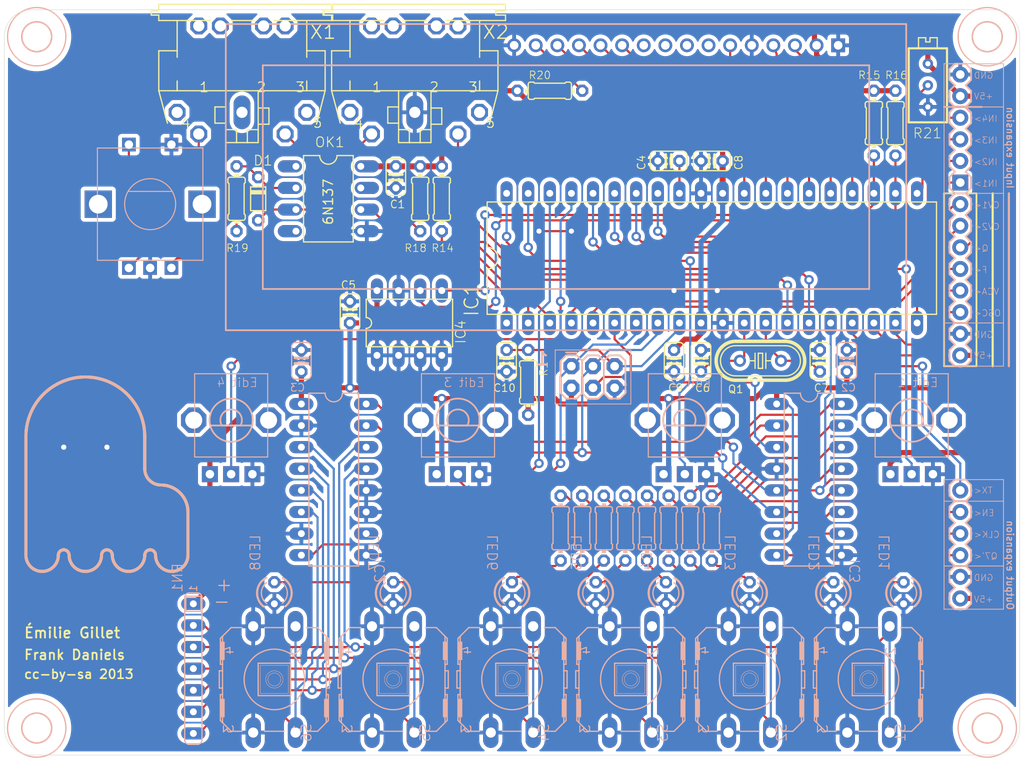
<source format=kicad_pcb>
(kicad_pcb (version 20240108) (generator "pcbnew") (generator_version "8.0")
  (layers (0 "F.Cu" signal) (31 "B.Cu" signal) (34 "B.Paste" user) (35 "F.Paste" user) (36 "B.SilkS" user "B.Silkscreen") (37 "F.SilkS" user "F.Silkscreen") (38 "B.Mask" user) (39 "F.Mask" user) (44 "Edge.Cuts" user))
  (net 0 "")
  (net 1 "GND")
  (net 2 "VCC")
  (net 3 "Net-(IC1-AREF)")
  (net 4 "Net-(IC1-XTAL2)")
  (net 5 "Net-(IC1-XTAL1)")
  (net 6 "Net-(IC1-RESET)")
  (net 7 "Net-(IC1-(ADC4)PA4)")
  (net 8 "Net-(IC1-(ADC7)PA7)")
  (net 9 "Net-(IC1-(ADC5)PA5)")
  (net 10 "Net-(IC1-(ADC6)PA6)")
  (net 11 "Net-(OK1-C)")
  (net 12 "Net-(OK1-A)")
  (net 13 "Net-(IC1-(MOSI)PB5)")
  (net 14 "Net-(IC1-(TXD)PD1)")
  (net 15 "Net-(IC1-(ADC2)PA2)")
  (net 16 "Net-(IC1-(TMS)PC3)")
  (net 17 "Net-(IC1-(INT1)PD3)")
  (net 18 "Net-(IC1-(SCK)PB7)")
  (net 19 "Net-(IC1-(SS)PB4)")
  (net 20 "Net-(IC1-(AIN0{slash}INT2)PB2)")
  (net 21 "/LCD_DATA4")
  (net 22 "/LCD_DATA3")
  (net 23 "Net-(IC1-(T1)PB1)")
  (net 24 "Net-(IC1-(MISO)PB6)")
  (net 25 "Net-(IC1-(AIN1{slash}OC0)PB3)")
  (net 26 "/LCD_DATA1")
  (net 27 "Net-(IC1-(TCK)PC2)")
  (net 28 "Net-(IC1-(ADC3)PA3)")
  (net 29 "Net-(IC1-(T0{slash}XCK)PB0)")
  (net 30 "Net-(IC1-(OC1B)PD4)")
  (net 31 "Net-(IC1-(OC1A)PD5)")
  (net 32 "Net-(IC1-(SDA)PC1)")
  (net 33 "Net-(IC1-(ADC0)PA0)")
  (net 34 "Net-(IC1-(SCL)PC0)")
  (net 35 "/LCD_DATA2")
  (net 36 "Net-(IC1-(ICP)PD6)")
  (net 37 "Net-(IC1-(ADC1)PA1)")
  (net 38 "/ENBL")
  (net 39 "Net-(IC1-(RXD)PD0)")
  (net 40 "Net-(IC1-(OC2)PD7)")
  (net 41 "Net-(IC2A-F)")
  (net 43 "Net-(IC2A-A)")
  (net 44 "Net-(IC2A-C)")
  (net 45 "Net-(IC2A-E)")
  (net 46 "Net-(IC2A-D)")
  (net 47 "Net-(IC2A-B)")
  (net 48 "Net-(IC3A-QD)")
  (net 49 "Net-(IC3A-QF)")
  (net 50 "/SOUT")
  (net 51 "Net-(IC3A-QH)")
  (net 52 "Net-(IC3A-QG)")
  (net 53 "Net-(IC3A-QC)")
  (net 54 "Net-(IC3A-QE)")
  (net 55 "Net-(IC3A-QA)")
  (net 56 "Net-(IC3A-QB)")
  (net 57 "Net-(LED1-PadA)")
  (net 58 "Net-(LED2-PadA)")
  (net 59 "Net-(LED3-PadA)")
  (net 60 "Net-(LED4-PadA)")
  (net 61 "Net-(LED5-PadA)")
  (net 62 "Net-(LED6-PadA)")
  (net 63 "Net-(LED7-PadA)")
  (net 64 "Net-(LED8-PadA)")
  (net 66 "Net-(R18-Pad1)")
  (net 67 "Net-(R19-Pad1)")
  (net 68 "Net-(U$1-A)")
  (net 69 "Net-(R21-S)")
  (footprint "Shruthi-Digital-v08_midnight:MAB5SH" (layer "F.Cu") (at 116.7511 65.63345 180)
    (property "Reference" "X1")
    (property "Value" "MIDI" (hide yes))
  )
  (footprint "Shruthi-Digital-v08_midnight:0204_7" (layer "F.Cu") (at 150.4061 105.00345 -90)
    (property "Reference" "R1")
    (property "Value" "R-US_0204/7")
  )
  (footprint "Shruthi-Digital-v08_midnight:C025-024X044" (layer "F.Cu") (at 171.9961 78.96845 180)
    (property "Reference" "C8")
    (property "Value" "C-US025-024X044")
  )
  (footprint "Shruthi-Digital-v08_midnight:DIL40" (layer "F.Cu") (at 171.9961 90.39845)
    (property "Reference" "IC1")
    (property "Value" "ATMEGA644p")
  )
  (footprint "Shruthi-Digital-v08_midnight:0204_7" (layer "F.Cu") (at 191.0461 74.52345 -90)
    (property "Reference" "R15")
    (property "Value" "R-US_0204/7")
  )
  (footprint "Shruthi-Digital-v08_midnight:0204_7" (layer "F.Cu") (at 152.9461 70.71345)
    (property "Reference" "R20")
    (property "Value" "R-US_0204/7")
  )
  (footprint "Shruthi-Digital-v08_midnight:HC49U-V" (layer "F.Cu") (at 177.7111 102.46345 180)
    (property "Reference" "Q1")
    (property "Value" "CRYSTALHC49U-V")
  )
  (footprint "Shruthi-Digital-v08_midnight:C025-024X044" (layer "F.Cu") (at 129.4511 96.74845 90)
    (property "Reference" "C5")
    (property "Value" "C-US025-024X044")
  )
  (footprint "Shruthi-Digital-v08_midnight:C025-024X044" (layer "F.Cu") (at 134.8486 80.87345 -90)
    (property "Reference" "C1")
    (property "Value" "C-US025-024X044")
  )
  (footprint "Shruthi-Digital-v08_midnight:C025-024X044" (layer "F.Cu") (at 170.7261 102.46345 -90)
    (property "Reference" "C6")
    (property "Value" "C-US025-024X044")
  )
  (footprint "Shruthi-Digital-v08_midnight:C025-024X044" (layer "F.Cu") (at 184.6961 102.46345 -90)
    (property "Reference" "C7")
    (property "Value" "C-US025-024X044")
  )
  (footprint "Shruthi-Digital-v08_midnight:0204_7" (layer "F.Cu") (at 116.1161 83.41345 90)
    (property "Reference" "R19")
    (property "Value" "R-US_0204/7")
  )
  (footprint "Shruthi-Digital-v08_midnight:C025-024X044" (layer "F.Cu") (at 167.5511 102.46345 -90)
    (property "Reference" "C9")
    (property "Value" "C-US025-024X044")
  )
  (footprint "Shruthi-Digital-v08_midnight:RTRIM3296X" (layer "F.Cu") (at 197.3961 70.07845)
    (property "Reference" "R21")
    (property "Value" "R-TRIMM3296X")
  )
  (footprint "Shruthi-Digital-v08_midnight:C025-024X044" (layer "F.Cu") (at 147.8661 102.46345 -90)
    (property "Reference" "C10")
    (property "Value" "C-US025-024X044")
  )
  (footprint "Shruthi-Digital-v08_midnight:MAB5SH" (layer "F.Cu") (at 137.0711 65.63345 180)
    (property "Reference" "X2")
    (property "Value" "MIDI" (hide yes))
  )
  (footprint "Shruthi-Digital-v08_midnight:0204_7" (layer "F.Cu") (at 140.2461 83.41345 -90)
    (property "Reference" "R14")
    (property "Value" "R-US_0204/7")
  )
  (footprint "Shruthi-Digital-v08_midnight:D-5" (layer "F.Cu") (at 118.6561 83.41345 -90)
    (property "Reference" "D1")
    (property "Value" "DIODE-D-5" (hide yes))
  )
  (footprint "Shruthi-Digital-v08_midnight:0204_7" (layer "F.Cu") (at 137.7061 83.41345 90)
    (property "Reference" "R18")
    (property "Value" "R-US_0204/7")
  )
  (footprint "Shruthi-Digital-v08_midnight:DIL08" (layer "F.Cu") (at 136.4361 98.01845)
    (property "Reference" "IC4")
    (property "Value" "24LC512")
  )
  (footprint "Shruthi-Digital-v08_midnight:C025-024X044" (layer "F.Cu") (at 166.9161 78.96845 180)
    (property "Reference" "C4")
    (property "Value" "C-US025-024X044")
  )
  (footprint "Shruthi-Digital-v08_midnight:0204_7" (layer "F.Cu") (at 193.5861 74.52345 -90)
    (property "Reference" "R16")
    (property "Value" "R-US_0204/7")
  )
  (footprint "Shruthi-Digital-v08_midnight:DIL08" (layer "F.Cu") (at 126.9111 83.41345 -90)
    (property "Reference" "OK1")
    (property "Value" "6N137" (hide yes))
  )
  (footprint "Shruthi-Digital-v08_midnight:0204_7" (layer "B.Cu") (at 159.2961 122.14845 -90)
    (property "Reference" "R7" (hide yes))
    (property "Value" "R-US_0204/7")
  )
  (footprint "Shruthi-Digital-v08_midnight:1X03" (layer "B.Cu") (at 201.2061 125.32345 90)
    (property "Reference" "UI_EXP.0" (hide yes))
    (property "Value" "M03PTH")
  )
  (footprint "Shruthi-Digital-v08_midnight:DIL16" (layer "B.Cu") (at 127.5461 116.43345 -90)
    (property "Reference" "IC2")
    (property "Value" "74165N")
  )
  (footprint "Shruthi-Digital-v08_midnight:LED3MM" (layer "B.Cu") (at 120.5611 129.76845 -90)
    (property "Reference" "LED8")
    (property "Value" "LED3MM")
  )
  (footprint "Shruthi-Digital-v08_midnight:ALPS_EC12E_SW" (layer "B.Cu") (at 105.9561 84.04845 180)
    (property "Reference" "SW1" (hide yes))
    (property "Value" "Encoder")
  )
  (footprint "Shruthi-Digital-v08_midnight:SIL7" (layer "B.Cu") (at 111.0361 138.65845 -90)
    (property "Reference" "RN1")
    (property "Value" "G06R")
  )
  (footprint "Shruthi-Digital-v08_midnight:3,3" (layer "B.Cu") (at 92.6211 64.36345 180)
    (property "Reference" "U$5" (hide yes))
    (property "Value" "" (hide yes))
  )
  (footprint "Shruthi-Digital-v08_midnight:B3F-40XX" (layer "B.Cu") (at 190.4111 139.92845 90)
    (property "Reference" "S1")
    (property "Value" "40-XX" (hide yes))
  )
  (footprint "Shruthi-Digital-v08_midnight:ALPS_POT_SFE" (layer "B.Cu") (at 115.4811 109.44845)
    (property "Reference" "R13" (hide yes))
    (property "Value" "POT_US" (hide yes))
  )
  (footprint "Shruthi-Digital-v08_midnight:1X04" (layer "B.Cu") (at 201.2061 81.50845 90)
    (property "Reference" "CV_IN0" (hide yes))
    (property "Value" "M04PTH")
  )
  (footprint "Shruthi-Digital-v08_midnight:LED3MM" (layer "B.Cu") (at 148.5011 129.76845 -90)
    (property "Reference" "LED6")
    (property "Value" "LED3MM")
  )
  (footprint "Shruthi-Digital-v08_midnight:LED3MM" (layer "B.Cu") (at 166.5986 129.76845 -90)
    (property "Reference" "LED4")
    (property "Value" "LED3MM")
  )
  (footprint "Shruthi-Digital-v08_midnight:0204_7" (layer "B.Cu") (at 164.3761 122.14845 -90)
    (property "Reference" "R5" (hide yes))
    (property "Value" "R-US_0204/7")
  )
  (footprint "Shruthi-Digital-v08_midnight:C025-024X044" (layer "B.Cu") (at 123.7361 102.46345 90)
    (property "Reference" "C3")
    (property "Value" "C-US025-024X044")
  )
  (footprint "Shruthi-Digital-v08_midnight:LED3MM" (layer "B.Cu") (at 176.4411 129.76845 -90)
    (property "Reference" "LED3")
    (property "Value" "LED3MM")
  )
  (footprint "Shruthi-Digital-v08_midnight:3,3" (layer "B.Cu") (at 204.3811 64.36345 180)
    (property "Reference" "U$2" (hide yes))
    (property "Value" "" (hide yes))
  )
  (footprint "Shruthi-Digital-v08_midnight:1X01" (layer "B.Cu") (at 201.2061 117.70345 90)
    (property "Reference" "JP1" (hide yes))
    (property "Value" "SECRET_MIDI_OUT" (hide yes))
  )
  (footprint "Shruthi-Digital-v08_midnight:0204_7" (layer "B.Cu") (at 166.9161 122.14845 -90)
    (property "Reference" "R4" (hide yes))
    (property "Value" "R-US_0204/7")
  )
  (footprint "Shruthi-Digital-v08_midnight:0204_7" (layer "B.Cu") (at 156.7561 122.14845 -90)
    (property "Reference" "R8" (hide yes))
    (property "Value" "R-US_0204/7")
  )
  (footprint "Shruthi-Digital-v08_midnight:C025-024X044" (layer "B.Cu") (at 187.8711 102.46345 90)
    (property "Reference" "C2")
    (property "Value" "C-US025-024X044")
  )
  (footprint "Shruthi-Digital-v08_midnight:LED3MM" (layer "B.Cu") (at 194.5386 129.76845 -90)
    (property "Reference" "LED1")
    (property "Value" "LED3MM")
  )
  (footprint "Shruthi-Digital-v08_midnight:0204_7" (layer "B.Cu") (at 169.4561 122.14845 -90)
    (property "Reference" "R3" (hide yes))
    (property "Value" "R-US_0204/7")
  )
  (footprint "Shruthi-Digital-v08_midnight:LED3MM" (layer "B.Cu") (at 186.2836 129.76845 -90)
    (property "Reference" "LED2")
    (property "Value" "LED3MM")
  )
  (footprint "Shruthi-Digital-v08_midnight:ALPS_POT_SFE" (layer "B.Cu") (at 168.8211 109.44845)
    (property "Reference" "R11" (hide yes))
    (property "Value" "POT_US" (hide yes))
  )
  (footprint "Shruthi-Digital-v08_midnight:3,3" (layer "B.Cu") (at 92.6211 145.64345 180)
    (property "Reference" "U$4" (hide yes))
    (property "Value" "" (hide yes))
  )
  (footprint "Shruthi-Digital-v08_midnight:2X3" (layer "B.Cu") (at 155.4861 103.09845)
    (property "Reference" "U1" (hide yes))
    (property "Value" "AVRISP")
  )
  (footprint "Shruthi-Digital-v08_midnight:B3F-40XX" (layer "B.Cu") (at 134.5311 139.92845 90)
    (property "Reference" "S5")
    (property "Value" "40-XX" (hide yes))
  )
  (footprint "Shruthi-Digital-v08_midnight:LED3MM" (layer "B.Cu") (at 158.3436 129.76845 -90)
    (property "Reference" "LED5")
    (property "Value" "LED3MM")
  )
  (footprint "Shruthi-Digital-v08_midnight:1X02" (layer "B.Cu") (at 201.2061 99.28845 -90)
    (property "Reference" "J2" (hide yes))
    (property "Value" "M02PTH" (hide yes))
  )
  (footprint "Shruthi-Digital-v08_midnight:B3F-40XX" (layer "B.Cu") (at 120.5611 139.92845 90)
    (property "Reference" "S6")
    (property "Value" "40-XX" (hide yes))
  )
  (footprint "Shruthi-Digital-v08_midnight:B3F-40XX" (layer "B.Cu") (at 162.4711 139.92845 90)
    (property "Reference" "S3")
    (property "Value" "40-XX" (hide yes))
  )
  (footprint "Shruthi-Digital-v08_midnight:LCD-16X2" (layer "B.Cu") (at 154.8511 80.87345 180)
    (property "Reference" "U$1" (hide yes))
    (property "Value" "LCD-16X2" (hide yes))
  )
  (footprint "Shruthi-Digital-v08_midnight:1X06" (layer "B.Cu") (at 201.2061 96.74845 90)
    (property "Reference" "J1" (hide yes))
    (property "Value" "M06SIP")
  )
  (footprint "Shruthi-Digital-v08_midnight:DIL16" (layer "B.Cu") (at 183.4261 116.43345 -90)
    (property "Reference" "IC3")
    (property "Value" "74595N")
  )
  (footprint "Shruthi-Digital-v08_midnight:0204_7" (layer "B.Cu") (at 171.9961 122.14845 -90)
    (property "Reference" "R2" (hide yes))
    (property "Value" "R-US_0204/7")
  )
  (footprint "Shruthi-Digital-v08_midnight:0204_7" (layer "B.Cu") (at 154.2161 122.14845 -90)
    (property "Reference" "R9" (hide yes))
    (property "Value" "R-US_0204/7")
  )
  (footprint "Shruthi-Digital-v08_midnight:3,3" (layer "B.Cu") (at 204.3811 145.64345 180)
    (property "Reference" "U$3" (hide yes))
    (property "Value" "" (hide yes))
  )
  (footprint "Shruthi-Digital-v08_midnight:B3F-40XX" (layer "B.Cu") (at 148.5011 139.92845 90)
    (property "Reference" "S4")
    (property "Value" "40-XX" (hide yes))
  )
  (footprint "Shruthi-Digital-v08_midnight:LED3MM" (layer "B.Cu") (at 134.5311 129.76845 -90)
    (property "Reference" "LED7")
    (property "Value" "LED3MM")
  )
  (footprint "Shruthi-Digital-v08_midnight:0204_7" (layer "B.Cu") (at 161.8361 122.14845 -90)
    (property "Reference" "R6" (hide yes))
    (property "Value" "R-US_0204/7")
  )
  (footprint "Shruthi-Digital-v08_midnight:B3F-40XX" (layer "B.Cu") (at 176.4411 139.92845 90)
    (property "Reference" "S2")
    (property "Value" "40-XX" (hide yes))
  )
  (footprint "Shruthi-Digital-v08_midnight:1X02" (layer "B.Cu") (at 201.2061 68.80845 -90)
    (property "Reference" "J3" (hide yes))
    (property "Value" "M02PTH" (hide yes))
  )
  (footprint "Shruthi-Digital-v08_midnight:1X02" (layer "B.Cu") (at 201.2061 127.86345 -90)
    (property "Reference" "J4" (hide yes))
    (property "Value" "M02PTH" (hide yes))
  )
  (footprint "Shruthi-Digital-v08_midnight:ALPS_POT_SFE" (layer "B.Cu") (at 142.1511 109.44845)
    (property "Reference" "R12" (hide yes))
    (property "Value" "POT_US" (hide yes))
  )
  (footprint "Shruthi-Digital-v08_midnight:ALPS_POT_SFE" (layer "B.Cu") (at 195.4911 109.44845)
    (property "Reference" "R10" (hide yes))
    (property "Value" "POT_US" (hide yes))
  )
  (gr_line (start 199.3011 118.97345) (end 199.3011 126.59345) (stroke (width 0.1016)) (layer "B.SilkS"))
  (gr_arc (start 108.4961 127.22845) (mid 107.149062 126.670488) (end 106.5911 125.32345) (stroke (width 0.3556)) (layer "B.SilkS"))
  (gr_line (start 199.3011 126.59345) (end 206.2861 126.59345) (stroke (width 0.1016)) (layer "B.SilkS"))
  (gr_arc (start 95.1611 125.32345) (mid 95.347087 124.874437) (end 95.7961 124.68845) (stroke (width 0.3556)) (layer "B.SilkS"))
  (gr_arc (start 100.8761 124.68845) (mid 101.325113 124.874437) (end 101.5111 125.32345) (stroke (width 0.3556)) (layer "B.SilkS"))
  (gr_line (start 200.5711 82.77845) (end 199.3011 82.77845) (stroke (width 0.1016)) (layer "B.SilkS"))
  (gr_line (start 206.2861 67.53845) (end 206.2861 72.61845) (stroke (width 0.1016)) (layer "B.SilkS"))
  (gr_line (start 199.3011 131.67345) (end 206.2861 131.67345) (stroke (width 0.1016)) (layer "B.SilkS"))
  (gr_arc (start 95.7961 124.68845) (mid 96.245113 124.874437) (end 96.4311 125.32345) (stroke (width 0.3556)) (layer "B.SilkS"))
  (gr_arc (start 93.2561 127.22845) (mid 91.909062 126.670488) (end 91.3511 125.32345) (stroke (width 0.3556)) (layer "B.SilkS"))
  (gr_line (start 105.3211 115.16345) (end 105.3211 111.35345) (stroke (width 0.3556)) (layer "B.SilkS"))
  (gr_line (start 206.2861 126.59345) (end 206.2861 131.67345) (stroke (width 0.1016)) (layer "B.SilkS"))
  (gr_arc (start 98.3361 104.36845) (mid 103.275241 106.414309) (end 105.3211 111.35345) (stroke (width 0.3556)) (layer "B.SilkS"))
  (gr_line (start 199.3011 98.01845) (end 199.3011 82.77845) (stroke (width 0.1016)) (layer "B.SilkS"))
  (gr_line (start 200.5711 98.01845) (end 199.3011 98.01845) (stroke (width 0.1016)) (layer "B.SilkS"))
  (gr_line (start 206.9211 82.77845) (end 206.9211 103.09845) (stroke (width 0.254)) (layer "B.SilkS"))
  (gr_arc (start 91.351101 111.353451) (mid 93.396959 106.41431) (end 98.3361 104.36845) (stroke (width 0.3556)) (layer "B.SilkS"))
  (gr_arc (start 100.2411 125.32345) (mid 100.427087 124.874437) (end 100.8761 124.68845) (stroke (width 0.3556)) (layer "B.SilkS"))
  (gr_line (start 206.2861 103.09845) (end 201.8411 103.09845) (stroke (width 0.1016)) (layer "B.SilkS"))
  (gr_line (start 199.3011 82.77845) (end 199.3011 72.61845) (stroke (width 0.1016)) (layer "B.SilkS"))
  (gr_arc (start 107.2261 117.06845) (mid 109.471164 117.998386) (end 110.4011 120.24345) (stroke (width 0.3556)) (layer "B.SilkS"))
  (gr_line (start 162.4711 107.54345) (end 162.4711 101.19345) (stroke (width 0.1016)) (layer "B.SilkS"))
  (gr_line (start 199.3011 67.53845) (end 199.3011 72.61845) (stroke (width 0.1016)) (layer "B.SilkS"))
  (gr_line (start 153.5811 101.19345) (end 153.5811 107.54345) (stroke (width 0.1016)) (layer "B.SilkS"))
  (gr_line (start 199.3011 118.97345) (end 206.2861 118.97345) (stroke (width 0.1016)) (layer "B.SilkS"))
  (gr_line (start 110.4011 125.32345) (end 110.4011 120.24345) (stroke (width 0.3556)) (layer "B.SilkS"))
  (gr_line (start 206.2861 98.01845) (end 206.2861 103.09845) (stroke (width 0.1016)) (layer "B.SilkS"))
  (gr_arc (start 105.9561 124.68845) (mid 106.405113 124.874437) (end 106.5911 125.32345) (stroke (width 0.3556)) (layer "B.SilkS"))
  (gr_arc (start 103.4161 127.22845) (mid 102.069062 126.670488) (end 101.5111 125.32345) (stroke (width 0.3556)) (layer "B.SilkS"))
  (gr_line (start 201.8411 82.77845) (end 206.2861 82.77845) (stroke (width 0.1016)) (layer "B.SilkS"))
  (gr_arc (start 110.4011 125.32345) (mid 109.843138 126.670488) (end 108.4961 127.22845) (stroke (width 0.3556)) (layer "B.SilkS"))
  (gr_line (start 162.4711 101.19345) (end 153.5811 101.19345) (stroke (width 0.1016)) (layer "B.SilkS"))
  (gr_arc (start 98.3361 127.22845) (mid 96.989062 126.670488) (end 96.4311 125.32345) (stroke (width 0.3556)) (layer "B.SilkS"))
  (gr_line (start 199.3011 116.43345) (end 199.3011 118.97345) (stroke (width 0.1016)) (layer "B.SilkS"))
  (gr_line (start 200.5711 103.09845) (end 199.3011 103.09845) (stroke (width 0.1016)) (layer "B.SilkS"))
  (gr_line (start 91.3511 111.35345) (end 91.3511 125.32345) (stroke (width 0.3556)) (layer "B.SilkS"))
  (gr_line (start 206.2861 72.61845) (end 206.2861 82.77845) (stroke (width 0.1016)) (layer "B.SilkS"))
  (gr_line (start 153.5811 107.54345) (end 162.4711 107.54345) (stroke (width 0.1016)) (layer "B.SilkS"))
  (gr_arc (start 100.2411 125.32345) (mid 99.683138 126.670488) (end 98.3361 127.22845) (stroke (width 0.3556)) (layer "B.SilkS"))
  (gr_line (start 199.3011 67.53845) (end 206.2861 67.53845) (stroke (width 0.1016)) (layer "B.SilkS"))
  (gr_arc (start 95.1611 125.32345) (mid 94.603138 126.670488) (end 93.2561 127.22845) (stroke (width 0.3556)) (layer "B.SilkS"))
  (gr_line (start 206.2861 116.43345) (end 206.2861 126.59345) (stroke (width 0.1016)) (layer "B.SilkS"))
  (gr_line (start 203.7461 72.61845) (end 206.2861 72.61845) (stroke (width 0.1016)) (layer "B.SilkS"))
  (gr_arc (start 105.3211 125.32345) (mid 104.763138 126.670488) (end 103.4161 127.22845) (stroke (width 0.3556)) (layer "B.SilkS"))
  (gr_arc (start 107.2261 117.06845) (mid 105.879062 116.510488) (end 105.3211 115.16345) (stroke (width 0.3556)) (layer "B.SilkS"))
  (gr_line (start 199.3011 116.43345) (end 206.2861 116.43345) (stroke (width 0.1016)) (layer "B.SilkS"))
  (gr_line (start 206.2861 82.77845) (end 206.2861 98.01845) (stroke (width 0.1016)) (layer "B.SilkS"))
  (gr_arc (start 105.3211 125.32345) (mid 105.507087 124.874437) (end 105.9561 124.68845) (stroke (width 0.3556)) (layer "B.SilkS"))
  (gr_line (start 199.3011 72.61845) (end 203.7461 72.61845) (stroke (width 0.2032)) (layer "B.SilkS"))
  (gr_line (start 201.8411 98.01845) (end 206.2861 98.01845) (stroke (width 0.1016)) (layer "B.SilkS"))
  (gr_line (start 199.3011 126.59345) (end 199.3011 131.67345) (stroke (width 0.1016)) (layer "B.SilkS"))
  (gr_line (start 199.9361 72.61845) (end 203.7461 72.61845) (stroke (width 0.1016)) (layer "B.SilkS"))
  (gr_line (start 199.3011 103.09845) (end 199.3011 98.01845) (stroke (width 0.1016)) (layer "B.SilkS"))
  (gr_arc (start 100.2411 125.32345) (mid 99.683138 126.670488) (end 98.3361 127.22845) (stroke (width 0.3556)) (layer "F.SilkS"))
  (gr_arc (start 98.3361 104.36845) (mid 103.275241 106.414309) (end 105.3211 111.35345) (stroke (width 0.3556)) (layer "F.SilkS"))
  (gr_line (start 105.3211 115.16345) (end 105.3211 111.35345) (stroke (width 0.3556)) (layer "F.SilkS"))
  (gr_arc (start 107.2261 117.06845) (mid 109.471164 117.998386) (end 110.4011 120.24345) (stroke (width 0.3556)) (layer "F.SilkS"))
  (gr_arc (start 110.4011 125.32345) (mid 109.843138 126.670488) (end 108.4961 127.22845) (stroke (width 0.3556)) (layer "F.SilkS"))
  (gr_arc (start 100.8761 124.68845) (mid 101.325113 124.874437) (end 101.5111 125.32345) (stroke (width 0.3556)) (layer "F.SilkS"))
  (gr_line (start 110.4011 125.32345) (end 110.4011 120.24345) (stroke (width 0.3556)) (layer "F.SilkS"))
  (gr_line (start 205.0161 82.77845) (end 205.0161 103.09845) (stroke (width 0.254)) (layer "F.SilkS"))
  (gr_arc (start 100.2411 125.32345) (mid 100.427087 124.874437) (end 100.8761 124.68845) (stroke (width 0.3556)) (layer "F.SilkS"))
  (gr_arc (start 95.1611 125.32345) (mid 95.347087 124.874437) (end 95.7961 124.68845) (stroke (width 0.3556)) (layer "F.SilkS"))
  (gr_arc (start 105.3211 125.32345) (mid 105.507087 124.874437) (end 105.9561 124.68845) (stroke (width 0.3556)) (layer "F.SilkS"))
  (gr_arc (start 93.2561 127.22845) (mid 91.909062 126.670488) (end 91.3511 125.32345) (stroke (width 0.3556)) (layer "F.SilkS"))
  (gr_line (start 199.3011 103.09845) (end 203.1111 103.09845) (stroke (width 0.2032)) (layer "F.SilkS"))
  (gr_arc (start 105.9561 124.68845) (mid 106.405113 124.874437) (end 106.5911 125.32345) (stroke (width 0.3556)) (layer "F.SilkS"))
  (gr_line (start 199.3011 82.77845) (end 199.3011 103.09845) (stroke (width 0.2032)) (layer "F.SilkS"))
  (gr_line (start 203.1111 82.77845) (end 199.3011 82.77845) (stroke (width 0.2032)) (layer "F.SilkS"))
  (gr_line (start 203.1111 103.09845) (end 203.1111 82.77845) (stroke (width 0.2032)) (layer "F.SilkS"))
  (gr_arc (start 105.3211 125.32345) (mid 104.763138 126.670488) (end 103.4161 127.22845) (stroke (width 0.3556)) (layer "F.SilkS"))
  (gr_arc (start 108.4961 127.22845) (mid 107.149062 126.670488) (end 106.5911 125.32345) (stroke (width 0.3556)) (layer "F.SilkS"))
  (gr_arc (start 103.4161 127.22845) (mid 102.069062 126.670488) (end 101.5111 125.32345) (stroke (width 0.3556)) (layer "F.SilkS"))
  (gr_arc (start 95.1611 125.32345) (mid 94.603138 126.670488) (end 93.2561 127.22845) (stroke (width 0.3556)) (layer "F.SilkS"))
  (gr_arc (start 95.7961 124.68845) (mid 96.245113 124.874437) (end 96.4311 125.32345) (stroke (width 0.3556)) (layer "F.SilkS"))
  (gr_arc (start 91.351101 111.353451) (mid 93.396959 106.41431) (end 98.3361 104.36845) (stroke (width 0.3556)) (layer "F.SilkS"))
  (gr_line (start 91.3511 111.35345) (end 91.3511 125.32345) (stroke (width 0.3556)) (layer "F.SilkS"))
  (gr_arc (start 107.2261 117.06845) (mid 105.879062 116.510488) (end 105.3211 115.16345) (stroke (width 0.3556)) (layer "F.SilkS"))
  (gr_arc (start 98.3361 127.22845) (mid 96.989062 126.670488) (end 96.4311 125.32345) (stroke (width 0.3556)) (layer "F.SilkS"))
  (gr_arc (start 91.9861 148.81845) (mid 89.741036 147.888514) (end 88.8111 145.64345) (stroke (width 0.05)) (layer "Edge.Cuts"))
  (gr_line (start 91.9861 148.81845) (end 205.0161 148.81845) (stroke (width 0.05)) (layer "Edge.Cuts"))
  (gr_arc (start 88.811101 64.363151) (mid 89.738001 62.125264) (end 91.9758 61.19815) (stroke (width 0.05)) (layer "Edge.Cuts"))
  (gr_arc (start 205.015799 61.188749) (mid 207.261058 62.118579) (end 208.1911 64.36375) (stroke (width 0.05)) (layer "Edge.Cuts"))
  (gr_arc (start 208.1911 145.64345) (mid 207.261164 147.888514) (end 205.0161 148.81845) (stroke (width 0.05)) (layer "Edge.Cuts"))
  (gr_line (start 88.8111 64.36315) (end 88.8111 145.64345) (stroke (width 0.05)) (layer "Edge.Cuts"))
  (gr_line (start 208.1911 145.64345) (end 208.1911 64.36375) (stroke (width 0.05)) (layer "Edge.Cuts"))
  (gr_line (start 205.0158 61.18875) (end 91.9758 61.19815) (stroke (width 0.05)) (layer "Edge.Cuts"))
  (gr_text "Shruthi v0.8" (at 91.0336 100.87595 0) (layer "F.Cu") (effects (font (size 1.98628 1.98628) (thickness 0.35052)) (justify left bottom)))
  (gr_text "Mutable instruments" (at 91.0336 97.38345 0) (layer "F.Cu") (effects (font (size 1.23063 1.23063) (thickness 0.21717)) (justify left bottom)))
  (gr_text "IN3>" (at 205.629271 76.09825 0) (layer "B.SilkS") (effects (font (size 0.747776 0.747776) (thickness 0.065024)) (justify left top mirror)))
  (gr_text "IN4>" (at 205.629271 73.55825 0) (layer "B.SilkS") (effects (font (size 0.747776 0.747776) (thickness 0.065024)) (justify left top mirror)))
  (gr_text "EN<" (at 205.237578 119.91325 0) (layer "B.SilkS") (effects (font (size 0.747776 0.747776) (thickness 0.065024)) (justify left top mirror)))
  (gr_text "Edit 2" (at 171.9961 105.63845 0) (layer "B.SilkS") (effects (font (size 1.05156 1.05156) (thickness 0.09144)) (justify left bottom mirror)))
  (gr_text "Edit 3" (at 145.3261 105.63845 0) (layer "B.SilkS") (effects (font (size 1.05156 1.05156) (thickness 0.09144)) (justify left bottom mirror)))
  (gr_text "Q7'<" (at 205.629271 124.99325 0) (layer "B.SilkS") (effects (font (size 0.747776 0.747776) (thickness 0.065024)) (justify left top mirror)))
  (gr_text "F<" (at 204.418586 91.33825 0) (layer "B.SilkS") (effects (font (size 0.747776 0.747776) (thickness 0.065024)) (justify left top mirror)))
  (gr_text "GND" (at 205.130753 127.53325 0) (layer "B.SilkS") (effects (font (size 0.747776 0.747776) (thickness 0.065024)) (justify left top mirror)))
  (gr_text "Edit 1" (at 198.6661 105.63845 0) (layer "B.SilkS") (effects (font (size 1.05156 1.05156) (thickness 0.09144)) (justify left bottom mirror)))
  (gr_text "-" (at 115.4811 131.67345 0) (layer "B.SilkS") (effects (font (size 1.63576 1.63576) (thickness 0.14224)) (justify left bottom mirror)))
  (gr_text "+5V" (at 205.130754 70.91665 0) (layer "B.SilkS") (effects (font (size 0.747776 0.747776) (thickness 0.065024)) (justify left top mirror)))
  (gr_text "CV2<" (at 205.87853 86.25825 0) (layer "B.SilkS") (effects (font (size 0.747776 0.747776) (thickness 0.065024)) (justify left top mirror)))
  (gr_text "+5V" (at 205.130754 130.07325 0) (layer "B.SilkS") (effects (font (size 0.747776 0.747776) (thickness 0.065024)) (justify left top mirror)))
  (gr_text "Q<" (at 204.561019 88.79825 0) (layer "B.SilkS") (effects (font (size 0.747776 0.747776) (thickness 0.065024)) (justify left top mirror)))
  (gr_text "GND" (at 205.130753 68.47825 0) (layer "B.SilkS") (effects (font (size 0.747776 0.747776) (thickness 0.065024)) (justify left top mirror)))
  (gr_text "+" (at 115.7351 129.988245 -90) (layer "B.SilkS") (effects (font (size 1.63576 1.63576) (thickness 0.14224)) (justify left top mirror)))
  (gr_text "GND" (at 205.130753 98.95825 0) (layer "B.SilkS") (effects (font (size 0.747776 0.747776) (thickness 0.065024)) (justify left top mirror)))
  (gr_text "CV1<" (at 205.87853 83.71825 0) (layer "B.SilkS") (effects (font (size 0.747776 0.747776) (thickness 0.065024)) (justify left top mirror)))
  (gr_text "Input expansion" (at 206.5909 82.302886 -90) (layer "B.SilkS") (effects (font (size 0.79883 0.79883) (thickness 0.14097)) (justify left bottom mirror)))
  (gr_text "OSC<" (at 206.020963 96.41825 0) (layer "B.SilkS") (effects (font (size 0.747776 0.747776) (thickness 0.065024)) (justify left top mirror)))
  (gr_text "VCA<" (at 205.807313 93.87825 0) (layer "B.SilkS") (effects (font (size 0.747776 0.747776) (thickness 0.065024)) (justify left top mirror)))
  (gr_text "+5V" (at 205.130754 101.39665 0) (layer "B.SilkS") (effects (font (size 0.747776 0.747776) (thickness 0.065024)) (justify left top mirror)))
  (gr_text "TX<" (at 205.059537 117.27165 0) (layer "B.SilkS") (effects (font (size 0.747776 0.747776) (thickness 0.065024)) (justify left top mirror)))
  (gr_text "Output expansion" (at 206.5909 131.832886 -90) (layer "B.SilkS") (effects (font (size 0.79883 0.79883) (thickness 0.14097)) (justify left bottom mirror)))
  (gr_text "1" (at 152.9461 103.09845 0) (layer "B.SilkS") (effects (font (size 1.5113 1.5113) (thickness 0.2667)) (justify left bottom mirror)))
  (gr_text "CLK<" (at 205.878529 122.45325 0) (layer "B.SilkS") (effects (font (size 0.747776 0.747776) (thickness 0.065024)) (justify left top mirror)))
  (gr_text "Edit 4" (at 118.6561 105.63845 0) (layer "B.SilkS") (effects (font (size 1.05156 1.05156) (thickness 0.09144)) (justify left bottom mirror)))
  (gr_text "IN2>" (at 205.629271 78.63825 0) (layer "B.SilkS") (effects (font (size 0.747776 0.747776) (thickness 0.065024)) (justify left top mirror)))
  (gr_text "IN1>" (at 205.629271 81.17825 0) (layer "B.SilkS") (effects (font (size 0.747776 0.747776) (thickness 0.065024)) (justify left top mirror)))
  (gr_text "Émilie Gillet" (at 91.0336 135.16595 0) (layer "F.SilkS") (effects (font (size 1.20904 1.20904) (thickness 0.21336)) (justify left bottom)))
  (gr_text "6N137" (at 127.5461 86.58845 90) (layer "F.SilkS") (effects (font (size 1.1176 1.1176) (thickness 0.1524)) (justify left bottom)))
  (gr_text "Frank Daniels" (at 91.0336 137.70595 0) (layer "F.SilkS") (effects (font (size 1.14427 1.14427) (thickness 0.20193)) (justify left bottom)))
  (gr_text "cc-by-sa 2013" (at 91.0336 139.92845 0) (layer "F.SilkS") (effects (font (size 1.05791 1.05791) (thickness 0.18669)) (justify left bottom)))
  (segment (start 151.6761 87.22345) (end 155.4861 87.22345) (width 0.254) (layer "F.Cu") (net 1))
  (segment (start 167.5511 94.20845) (end 172.6311 94.20845) (width 0.254) (layer "F.Cu") (net 1))
  (via (at 151.6761 87.22345) (size 1.108) (drill 0.6) (layers "F.Cu" "B.Cu") (net 1))
  (via (at 172.6311 94.20845) (size 1.108) (drill 0.6) (layers "F.Cu" "B.Cu") (net 1))
  (via (at 167.5511 94.20845) (size 1.108) (drill 0.6) (layers "F.Cu" "B.Cu") (net 1))
  (via (at 155.4861 87.22345) (size 1.108) (drill 0.6) (layers "F.Cu" "B.Cu") (net 1))
  (via (at 95.7961 112.62345) (size 1.016) (drill 0.6096) (layers "F.Cu" "B.Cu") (net 1))
  (via (at 100.8761 112.62345) (size 1.016) (drill 0.6096) (layers "F.Cu" "B.Cu") (net 1))
  (segment (start 197.3961 66.26845) (end 194.2211 63.09345) (width 0.6096) (layer "F.Cu") (net 2))
  (segment (start 123.7361 105.63845) (end 129.4511 105.63845) (width 0.6096) (layer "F.Cu") (net 2))
  (segment (start 204.3811 101.82845) (end 204.3811 73.25345) (width 0.6096) (layer "F.Cu") (net 2))
  (segment (start 197.3961 105.63845) (end 198.6661 106.90845) (width 0.6096) (layer "F.Cu") (net 2))
  (segment (start 150.4061 106.90845) (end 153.5811 106.90845) (width 0.6096) (layer "F.Cu") (net 2))
  (segment (start 177.0761 106.90845) (end 178.3461 105.63845) (width 0.6096) (layer "F.Cu") (net 2))
  (segment (start 111.0361 131.03845) (end 112.9811 129.09345) (width 0.6096) (layer "F.Cu") (net 2))
  (segment (start 192.9511 115.75845) (end 192.9911 115.79845) (width 0.6096) (layer "F.Cu") (net 2))
  (segment (start 161.8361 107.54345) (end 162.4711 106.90845) (width 0.6096) (layer "F.Cu") (net 2))
  (segment (start 170.7261 99.28845) (end 170.0911 99.92345) (width 0.6096) (layer "F.Cu") (net 2))
  (segment (start 184.0611 63.09345) (end 184.0611 65.12345) (width 0.6096) (layer "F.Cu") (net 2))
  (segment (start 119.9261 105.63845) (end 123.7361 105.63845) (width 0.6096) (layer "F.Cu") (net 2))
  (segment (start 153.5811 106.90845) (end 154.2161 107.54345) (width 0.6096) (layer "F.Cu") (net 2))
  (segment (start 194.2211 63.09345) (end 184.0611 63.09345) (width 0.6096) (layer "F.Cu") (net 2))
  (segment (start 134.8486 79.60345) (end 130.7211 79.60345) (width 0.7112) (layer "F.Cu") (net 2))
  (segment (start 168.8211 99.92345) (end 167.5511 101.19345) (width 0.6096) (layer "F.Cu") (net 2))
  (segment (start 202.4761 71.34845) (end 201.2061 71.34845) (width 0.6096) (layer "F.Cu") (net 2))
  (segment (start 144.6911 68.17345) (end 147.2311 70.71345) (width 0.6096) (layer "F.Cu") (net 2))
  (segment (start 194.2211 113.25845) (end 192.9511 114.52845) (width 0.6096) (layer "F.Cu") (net 2))
  (segment (start 191.0461 70.71345) (end 193.5861 70.71345) (width 0.6096) (layer "F.Cu") (net 2))
  (segment (start 170.7261 75.15845) (end 173.2661 77.69845) (width 0.6096) (layer "F.Cu") (net 2))
  (segment (start 155.4861 107.54345) (end 161.8361 107.54345) (width 0.6096) (layer "F.Cu") (net 2))
  (segment (start 129.4511 98.01845) (end 131.3561 98.01845) (width 0.6096) (layer "F.Cu") (net 2))
  (segment (start 112.9811 115.79845) (end 112.9811 112.58345) (width 0.6096) (layer "F.Cu") (net 2))
  (segment (start 204.3811 113.25845) (end 194.2211 113.25845) (width 0.6096) (layer "F.Cu") (net 2))
  (segment (start 149.1361 70.71345) (end 153.5811 75.15845) (width 0.6096) (layer "F.Cu") (net 2))
  (segment (start 155.4861 107.54345) (end 155.4861 105.63845) (width 0.6096) (layer "F.Cu") (net 2))
  (segment (start 187.8711 105.63845) (end 187.8711 103.73345) (width 0.6096) (layer "F.Cu") (net 2))
  (segment (start 144.6911 68.17345) (end 140.2461 72.61845) (width 0.6096) (layer "F.Cu") (net 2))
  (segment (start 188.5061 70.71345) (end 191.0461 70.71345) (width 0.6096) (layer "F.Cu") (net 2))
  (segment (start 137.7061 79.60345) (end 134.8486 79.60345) (width 0.7112) (layer "F.Cu") (net 2))
  (segment (start 204.3811 128.49845) (end 202.4761 130.40345) (width 0.6096) (layer "F.Cu") (net 2))
  (segment (start 198.6661 106.90845) (end 204.3811 106.90845) (width 0.6096) (layer "F.Cu") (net 2))
  (segment (start 204.3811 106.90845) (end 204.3811 113.25845) (width 0.6096) (layer "F.Cu") (net 2))
  (segment (start 204.3811 125.95845) (end 204.3811 128.49845) (width 0.6096) (layer "F.Cu") (net 2))
  (segment (start 184.3111 65.37345) (end 184.3111 66.51845) (width 0.6096) (layer "F.Cu") (net 2))
  (segment (start 153.5811 75.15845) (end 170.7261 75.15845) (width 0.6096) (layer "F.Cu") (net 2))
  (segment (start 197.3961 67.53845) (end 197.3961 66.26845) (width 0.6096) (layer "F.Cu") (net 2))
  (segment (start 154.2161 107.54345) (end 155.4861 107.54345) (width 0.6096) (layer "F.Cu") (net 2))
  (segment (start 178.3461 105.63845) (end 178.9811 105.63845) (width 0.6096) (layer "F.Cu") (net 2))
  (segment (start 131.3561 98.01845) (end 132.6261 96.74845) (width 0.6096) (layer "F.Cu") (net 2))
  (segment (start 170.7261 98.01845) (end 170.7261 99.28845) (width 0.6096) (layer "F.Cu") (net 2))
  (segment (start 132.6261 96.74845) (end 132.6261 94.20845) (width 0.6096) (layer "F.Cu") (net 2))
  (segment (start 132.6261 105.63845) (end 133.8961 106.90845) (width 0.6096) (layer "F.Cu") (net 2))
  (segment (start 150.4061 106.90845) (end 150.4061 108.81345) (width 0.6096) (layer "F.Cu") (net 2))
  (segment (start 202.4761 130.40345) (end 201.2061 130.40345) (width 0.6096) (layer "F.Cu") (net 2))
  (segment (start 129.4511 105.63845) (end 132.6261 105.63845) (width 0.6096) (layer "F.Cu") (net 2))
  (segment (start 173.2661 77.69845) (end 173.2661 78.96845) (width 0.6096) (layer "F.Cu") (net 2))
  (segment (start 179.6161 105.63845) (end 179.6161 107.54345) (width 0.6096) (layer "F.Cu") (net 2))
  (segment (start 187.8711 105.63845) (end 197.3961 105.63845) (width 0.6096) (layer "F.Cu") (net 2))
  (segment (start 173.2661 78.96845) (end 173.2661 82.77845) (width 0.7112) (layer "F.Cu") (net 2))
  (segment (start 162.4711 106.90845) (end 166.9161 106.90845) (width 0.6096) (layer "F.Cu") (net 2))
  (segment (start 204.3811 101.82845) (end 201.2061 101.82845) (width 0.6096) (layer "F.Cu") (net 2))
  (segment (start 184.0611 63.09345) (end 147.2311 63.09345) (width 0.6096) (layer "F.Cu") (net 2))
  (segment (start 170.0911 99.92345) (end 168.8211 99.92345) (width 0.6096) (layer "F.Cu") (net 2))
  (segment (start 184.3111 66.51845) (end 188.5061 70.71345) (width 0.6096) (layer "F.Cu") (net 2))
  (segment (start 140.2461 106.90845) (end 150.4061 106.90845) (width 0.6096) (layer "F.Cu") (net 2))
  (segment (start 204.3811 125.95845) (end 204.3811 127.22845) (width 0.7112) (layer "F.Cu") (net 2))
  (segment (start 112.9811 112.58345) (end 119.9261 105.63845) (width 0.6096) (layer "F.Cu") (net 2))
  (segment (start 147.2311 70.71345) (end 149.1361 70.71345) (width 0.6096) (layer "F.Cu") (net 2))
  (segment (start 184.0611 65.12345) (end 184.3111 65.37345) (width 0.6096) (layer "F.Cu") (net 2))
  (segment (start 178.9811 105.63845) (end 179.6161 105.63845) (width 0.7112) (layer "F.Cu") (net 2))
  (segment (start 179.6161 105.63845) (end 187.8711 105.63845) (width 0.6096) (layer "F.Cu") (net 2))
  (segment (start 147.2311 63.09345) (end 144.6911 65.63345) (width 0.6096) (layer "F.Cu") (net 2))
  (segment (start 140.2461 79.60345) (end 137.7061 79.60345) (width 0.7112) (layer "F.Cu") (net 2))
  (segment (start 112.9811 129.09345) (end 112.9811 115.79845) (width 0.6096) (layer "F.Cu") (net 2))
  (segment (start 192.9511 114.52845) (end 192.9511 115.75845) (width 0.6096) (layer "F.Cu") (net 2))
  (segment (start 204.3811 113.25845) (end 204.3811 125.95845) (width 0.6096) (layer "F.Cu") (net 2))
  (segment (start 123.7361 105.63845) (end 123.7361 103.73345) (width 0.6096) (layer "F.Cu") (net 2))
  (segment (start 123.7361 105.63845) (end 123.7361 107.54345) (width 0.6096) (layer "F.Cu") (net 2))
  (segment (start 204.3811 73.25345) (end 202.4761 71.34845) (width 0.6096) (layer "F.Cu") (net 2))
  (segment (start 201.2061 71.34845) (end 197.3961 67.53845) (width 0.6096) (layer "F.Cu") (net 2))
  (segment (start 133.8961 106.90845) (end 140.2461 106.90845) (width 0.6096) (layer "F.Cu") (net 2))
  (segment (start 144.6911 65.63345) (end 144.6911 68.17345) (width 0.6096) (layer "F.Cu") (net 2))
  (segment (start 166.9161 106.90845) (end 177.0761 106.90845) (width 0.6096) (layer "F.Cu") (net 2))
  (segment (start 140.2461 72.61845) (end 140.2461 79.60345) (width 0.6096) (layer "F.Cu") (net 2))
  (segment (start 204.3811 106.90845) (end 204.3811 101.82845) (width 0.6096) (layer "F.Cu") (net 2))
  (via (at 140.2461 106.90845) (size 1.108) (drill 0.6) (layers "F.Cu" "B.Cu") (net 2))
  (via (at 166.9161 106.90845) (size 1.108) (drill 0.6) (layers "F.Cu" "B.Cu") (net 2))
  (via (at 129.4511 105.63845) (size 1.108) (drill 0.6) (layers "F.Cu" "B.Cu") (net 2))
  (arc (start 192.9911 115.79845) (mid 192.9711 115.800037) (end 192.9511 115.79845) (width 0.7112) (layer "F.Cu") (net 2))
  (segment (start 129.4511 105.63845) (end 129.4511 98.01845) (width 0.6096) (layer "B.Cu") (net 2))
  (segment (start 180.8861 122.78345) (end 179.6161 122.78345) (width 0.254) (layer "B.Cu") (net 2))
  (segment (start 140.2461 115.20345) (end 139.6511 115.79845) (width 0.6096) (layer "B.Cu") (net 2))
  (segment (start 173.2661 85.95345) (end 170.7261 88.49345) (width 0.6096) (layer "B.Cu") (net 2))
  (segment (start 170.7261 88.49345) (end 170.7261 98.01845) (width 0.6096) (layer "B.Cu") (net 2))
  (segment (start 179.6161 107.54345) (end 180.8861 107.54345) (width 0.254) (layer "B.Cu") (net 2))
  (segment (start 181.5211 108.17845) (end 181.5211 122.14845) (width 0.254) (layer "B.Cu") (net 2))
  (segment (start 166.9161 106.90845) (end 166.9161 115.20345) (width 0.6096) (layer "B.Cu") (net 2))
  (segment (start 140.2461 106.90845) (end 140.2461 115.20345) (width 0.6096) (layer "B.Cu") (net 2))
  (segment (start 166.9161 115.20345) (end 166.3211 115.79845) (width 0.6096) (layer "B.Cu") (net 2))
  (segment (start 181.5211 122.14845) (end 180.8861 122.78345) (width 0.254) (layer "B.Cu") (net 2))
  (segment (start 173.2661 82.77845) (end 173.2661 85.95345) (width 0.6096) (layer "B.Cu") (net 2))
  (segment (start 180.8861 107.54345) (end 181.5211 108.17845) (width 0.254) (layer "B.Cu") (net 2))
  (segment (start 168.1861 82.77845) (end 168.1861 78.96845) (width 0.254) (layer "F.Cu") (net 3))
  (segment (start 175.2981 102.46345) (end 175.8061 101.95545) (width 0.254) (layer "F.Cu") (net 4))
  (segment (start 175.8061 101.95545) (end 175.8061 98.01845) (width 0.254) (layer "F.Cu") (net 4))
  (segment (start 171.9961 102.46345) (end 175.2981 102.46345) (width 0.254) (layer "F.Cu") (net 4))
  (segment (start 170.7261 103.73345) (end 171.9961 102.46345) (width 0.254) (layer "F.Cu") (net 4))
  (segment (start 180.1241 102.33645) (end 178.3461 100.55845) (width 0.254) (layer "F.Cu") (net 5))
  (segment (start 180.1241 102.46345) (end 183.4261 102.46345) (width 0.254) (layer "F.Cu") (net 5))
  (segment (start 183.4261 102.46345) (end 184.6961 103.73345) (width 0.254) (layer "F.Cu") (net 5))
  (segment (start 178.3461 100.55845) (end 178.3461 98.01845) (width 0.254) (layer "F.Cu") (net 5))
  (segment (start 180.1241 102.46345) (end 180.1241 102.33645) (width 0.254) (layer "F.Cu") (net 5))
  (segment (start 150.4061 101.19345) (end 158.6611 101.19345) (width 0.254) (layer "F.Cu") (net 6))
  (segment (start 147.8661 101.19345) (end 150.4061 101.19345) (width 0.254) (layer "F.Cu") (net 6))
  (segment (start 158.6611 101.19345) (end 160.5661 103.09845) (width 0.254) (layer "F.Cu") (net 6))
  (segment (start 160.5661 103.09845) (end 163.7411 103.09845) (width 0.254) (layer "B.Cu") (net 6))
  (segment (start 163.7411 103.09845) (end 168.1861 98.65345) (width 0.254) (layer "B.Cu") (net 6))
  (segment (start 168.1861 98.65345) (end 168.1861 98.01845) (width 0.254) (layer "B.Cu") (net 6))
  (segment (start 199.9361 81.50845) (end 201.2061 81.50845) (width 0.254) (layer "F.Cu") (net 7))
  (segment (start 158.0261 88.49345) (end 159.2961 89.76345) (width 0.254) (layer "F.Cu") (net 7))
  (segment (start 159.2961 89.76345) (end 195.4911 89.76345) (width 0.254) (layer "F.Cu") (net 7))
  (segment (start 199.3011 82.14345) (end 199.9361 81.50845) (width 0.254) (layer "F.Cu") (net 7))
  (segment (start 199.3011 85.95345) (end 199.3011 82.14345) (width 0.254) (layer "F.Cu") (net 7))
  (segment (start 195.4911 89.76345) (end 199.3011 85.95345) (width 0.254) (layer "F.Cu") (net 7))
  (via (at 158.0261 88.49345) (size 1.108) (drill 0.6) (layers "F.Cu" "B.Cu") (net 7))
  (segment (start 158.0261 88.49345) (end 158.0261 82.77845) (width 0.254) (layer "B.Cu") (net 7))
  (segment (start 199.3011 73.88845) (end 201.2061 73.88845) (width 0.254) (layer "F.Cu") (net 8))
  (segment (start 197.3961 84.04845) (end 197.3961 75.79345) (width 0.254) (layer "F.Cu") (net 8))
  (segment (start 166.2811 87.85845) (end 193.5861 87.85845) (width 0.254) (layer "F.Cu") (net 8))
  (segment (start 193.5861 87.85845) (end 197.3961 84.04845) (width 0.254) (layer "F.Cu") (net 8))
  (segment (start 165.6461 87.22345) (end 166.2811 87.85845) (width 0.254) (layer "F.Cu") (net 8))
  (segment (start 197.3961 75.79345) (end 199.3011 73.88845) (width 0.254) (layer "F.Cu") (net 8))
  (via (at 165.6461 87.22345) (size 1.108) (drill 0.6) (layers "F.Cu" "B.Cu") (net 8))
  (segment (start 165.6461 87.22345) (end 165.6461 82.77845) (width 0.254) (layer "B.Cu") (net 8))
  (segment (start 198.6661 85.31845) (end 198.6661 80.23845) (width 0.254) (layer "F.Cu") (net 9))
  (segment (start 161.8361 89.12845) (end 160.5661 87.85845) (width 0.254) (layer "F.Cu") (net 9))
  (segment (start 194.8561 89.12845) (end 198.6661 85.31845) (width 0.254) (layer "F.Cu") (net 9))
  (segment (start 198.6661 80.23845) (end 199.9361 78.96845) (width 0.254) (layer "F.Cu") (net 9))
  (segment (start 199.9361 78.96845) (end 201.2061 78.96845) (width 0.254) (layer "F.Cu") (net 9))
  (segment (start 161.8361 89.12845) (end 194.8561 89.12845) (width 0.254) (layer "F.Cu") (net 9))
  (via (at 160.5661 87.85845) (size 1.108) (drill 0.6) (layers "F.Cu" "B.Cu") (net 9))
  (segment (start 160.5661 87.85845) (end 160.5661 82.77845) (width 0.254) (layer "B.Cu") (net 9))
  (segment (start 163.7411 88.49345) (end 163.1061 87.85845) (width 0.254) (layer "F.Cu") (net 10))
  (segment (start 194.2211 88.49345) (end 198.0311 84.68345) (width 0.254) (layer "F.Cu") (net 10))
  (segment (start 199.3011 76.42845) (end 201.2061 76.42845) (width 0.254) (layer "F.Cu") (net 10))
  (segment (start 198.0311 77.69845) (end 199.3011 76.42845) (width 0.254) (layer "F.Cu") (net 10))
  (segment (start 198.0311 84.68345) (end 198.0311 77.69845) (width 0.254) (layer "F.Cu") (net 10))
  (segment (start 163.7411 88.49345) (end 194.2211 88.49345) (width 0.254) (layer "F.Cu") (net 10))
  (via (at 163.1061 87.85845) (size 1.108) (drill 0.6) (layers "F.Cu" "B.Cu") (net 10))
  (segment (start 163.1061 87.85845) (end 163.1061 82.77845) (width 0.254) (layer "B.Cu") (net 10))
  (segment (start 119.9261 84.68345) (end 123.1011 84.68345) (width 0.254) (layer "F.Cu") (net 11))
  (segment (start 124.3711 84.68345) (end 125.0061 84.04845) (width 0.254) (layer "F.Cu") (net 11))
  (segment (start 118.6561 85.95345) (end 119.9261 84.68345) (width 0.254) (layer "F.Cu") (net 11))
  (segment (start 125.0061 84.04845) (end 125.0061 78.96845) (width 0.254) (layer "F.Cu") (net 11))
  (segment (start 123.1011 84.68345) (end 124.3711 84.68345) (width 0.254) (layer "F.Cu") (net 11))
  (segment (start 125.0061 78.96845) (end 121.8311 75.79345) (width 0.254) (layer "F.Cu") (net 11))
  (segment (start 118.6561 80.87345) (end 119.9261 82.14345) (width 0.254) (layer "F.Cu") (net 12))
  (segment (start 118.6561 80.87345) (end 117.3861 79.60345) (width 0.254) (layer "F.Cu") (net 12))
  (segment (start 117.3861 79.60345) (end 116.1161 79.60345) (width 0.254) (layer "F.Cu") (net 12))
  (segment (start 119.9261 82.14345) (end 123.1011 82.14345) (width 0.254) (layer "F.Cu") (net 12))
  (segment (start 162.4711 101.82845) (end 160.5661 99.92345) (width 0.254) (layer "F.Cu") (net 13))
  (segment (start 163.1061 105.00345) (end 177.0761 105.00345) (width 0.254) (layer "F.Cu") (net 13))
  (segment (start 160.5661 99.92345) (end 160.5661 98.01845) (width 0.254) (layer "F.Cu") (net 13))
  (segment (start 162.4711 104.36845) (end 162.4711 101.82845) (width 0.254) (layer "F.Cu") (net 13))
  (segment (start 159.2961 104.36845) (end 162.4711 104.36845) (width 0.254) (layer "F.Cu") (net 13))
  (segment (start 162.4711 104.36845) (end 163.1061 105.00345) (width 0.254) (layer "F.Cu") (net 13))
  (segment (start 158.0261 105.63845) (end 159.2961 104.36845) (width 0.254) (layer "F.Cu") (net 13))
  (via (at 177.0761 105.00345) (size 1.108) (drill 0.6) (layers "F.Cu" "B.Cu") (net 13))
  (segment (start 177.0761 111.35345) (end 178.3461 112.62345) (width 0.254) (layer "B.Cu") (net 13))
  (segment (start 177.0761 105.00345) (end 177.0761 111.35345) (width 0.254) (layer "B.Cu") (net 13))
  (segment (start 178.3461 112.62345) (end 179.6161 112.62345) (width 0.254) (layer "B.Cu") (net 13))
  (segment (start 150.4061 92.30345) (end 182.7911 92.30345) (width 0.254) (layer "F.Cu") (net 14))
  (segment (start 142.1511 84.04845) (end 142.1511 75.79345) (width 0.254) (layer "F.Cu") (net 14))
  (segment (start 182.7911 92.30345) (end 183.4261 92.93845) (width 0.254) (layer "F.Cu") (net 14))
  (segment (start 142.1511 84.04845) (end 150.4061 92.30345) (width 0.254) (layer "F.Cu") (net 14))
  (via (at 183.4261 92.93845) (size 1.108) (drill 0.6) (layers "F.Cu" "B.Cu") (net 14))
  (segment (start 183.4261 92.93845) (end 183.4261 98.01845) (width 0.254) (layer "B.Cu") (net 14))
  (segment (start 143.4211 117.70345) (end 148.5011 117.70345) (width 0.254) (layer "F.Cu") (net 15))
  (segment (start 142.1511 116.43345) (end 143.4211 117.70345) (width 0.254) (layer "F.Cu") (net 15))
  (segment (start 142.1511 116.43345) (end 142.1511 115.79845) (width 0.254) (layer "F.Cu") (net 15))
  (segment (start 148.5011 117.70345) (end 151.6761 114.52845) (width 0.254) (layer "F.Cu") (net 15))
  (via (at 151.6761 114.52845) (size 1.108) (drill 0.6) (layers "F.Cu" "B.Cu") (net 15))
  (segment (start 152.9461 95.47845) (end 152.9461 82.77845) (width 0.254) (layer "B.Cu") (net 15))
  (segment (start 151.6761 114.52845) (end 151.6761 96.74845) (width 0.254) (layer "B.Cu") (net 15))
  (segment (start 151.6761 96.74845) (end 152.9461 95.47845) (width 0.254) (layer "B.Cu") (net 15))
  (segment (start 185.9661 82.77845) (end 185.9661 79.60345) (width 0.254) (layer "F.Cu") (net 16))
  (segment (start 185.9661 79.60345) (end 174.1511 67.78845) (width 0.254) (layer "F.Cu") (net 16))
  (segment (start 174.1511 67.78845) (end 174.1511 65.37345) (width 0.254) (layer "F.Cu") (net 16))
  (segment (start 196.7611 103.09845) (end 192.3161 103.09845) (width 0.254) (layer "F.Cu") (net 17))
  (segment (start 188.5061 99.28845) (end 188.5061 98.01845) (width 0.254) (layer "F.Cu") (net 17))
  (segment (start 192.3161 103.09845) (end 188.5061 99.28845) (width 0.254) (layer "F.Cu") (net 17))
  (via (at 196.7611 103.09845) (size 1.108) (drill 0.6) (layers "F.Cu" "B.Cu") (net 17))
  (segment (start 201.2061 117.70345) (end 201.2061 114.52845) (width 0.254) (layer "B.Cu") (net 17))
  (segment (start 201.2061 114.52845) (end 196.7611 110.08345) (width 0.254) (layer "B.Cu") (net 17))
  (segment (start 196.7611 110.08345) (end 196.7611 103.09845) (width 0.254) (layer "B.Cu") (net 17))
  (segment (start 172.6311 113.25845) (end 173.2661 113.89345) (width 0.254) (layer "F.Cu") (net 18))
  (segment (start 156.7561 113.25845) (end 172.6311 113.25845) (width 0.254) (layer "F.Cu") (net 18))
  (segment (start 185.9661 118.97345) (end 189.1411 118.97345) (width 0.254) (layer "F.Cu") (net 18))
  (segment (start 135.8011 113.25845) (end 156.7561 113.25845) (width 0.254) (layer "F.Cu") (net 18))
  (segment (start 189.1411 118.97345) (end 192.9511 122.78345) (width 0.254) (layer "F.Cu") (net 18))
  (segment (start 192.9511 122.78345) (end 201.2061 122.78345) (width 0.254) (layer "F.Cu") (net 18))
  (segment (start 132.6261 110.08345) (end 135.8011 113.25845) (width 0.254) (layer "F.Cu") (net 18))
  (segment (start 131.3561 110.08345) (end 132.6261 110.08345) (width 0.254) (layer "F.Cu") (net 18))
  (segment (start 184.6961 120.24345) (end 185.9661 118.97345) (width 0.254) (layer "F.Cu") (net 18))
  (segment (start 179.6161 120.24345) (end 184.6961 120.24345) (width 0.254) (layer "F.Cu") (net 18))
  (via (at 156.7561 113.25845) (size 1.108) (drill 0.6) (layers "F.Cu" "B.Cu") (net 18))
  (via (at 173.2661 113.89345) (size 1.108) (drill 0.6) (layers "F.Cu" "B.Cu") (net 18))
  (segment (start 159.9311 101.19345) (end 163.7411 101.19345) (width 0.254) (layer "B.Cu") (net 18))
  (segment (start 158.0261 103.09845) (end 159.9311 101.19345) (width 0.254) (layer "B.Cu") (net 18))
  (segment (start 163.7411 101.19345) (end 165.6461 99.28845) (width 0.254) (layer "B.Cu") (net 18))
  (segment (start 156.7561 113.25845) (end 156.7561 104.36845) (width 0.254) (layer "B.Cu") (net 18))
  (segment (start 156.7561 104.36845) (end 158.0261 103.09845) (width 0.254) (layer "B.Cu") (net 18))
  (segment (start 165.6461 99.28845) (end 165.6461 98.01845) (width 0.254) (layer "B.Cu") (net 18))
  (segment (start 178.9811 120.24345) (end 179.6161 120.24345) (width 0.254) (layer "B.Cu") (net 18))
  (segment (start 173.2661 115.16345) (end 178.9811 120.24345) (width 0.254) (layer "B.Cu") (net 18))
  (segment (start 173.2661 113.89345) (end 173.2661 115.16345) (width 0.254) (layer "B.Cu") (net 18))
  (segment (start 158.0261 98.01845) (end 158.0261 96.74845) (width 0.254) (layer "F.Cu") (net 19))
  (segment (start 198.0311 89.76345) (end 201.2061 86.58845) (width 0.254) (layer "F.Cu") (net 19))
  (segment (start 158.6611 96.11345) (end 193.5861 96.11345) (width 0.254) (layer "F.Cu") (net 19))
  (segment (start 193.5861 96.11345) (end 198.0311 91.66845) (width 0.254) (layer "F.Cu") (net 19))
  (segment (start 158.0261 96.74845) (end 158.6611 96.11345) (width 0.254) (layer "F.Cu") (net 19))
  (segment (start 198.0311 91.66845) (end 198.0311 89.76345) (width 0.254) (layer "F.Cu") (net 19))
  (segment (start 103.4561 80.27845) (end 112.3061 89.12845) (width 0.254) (layer "F.Cu") (net 20))
  (segment (start 152.9461 97.38345) (end 152.9461 98.01845) (width 0.254) (layer "F.Cu") (net 20))
  (segment (start 112.3061 89.12845) (end 144.6911 89.12845) (width 0.254) (layer "F.Cu") (net 20))
  (segment (start 103.4561 80.27845) (end 103.4561 77.04845) (width 0.254) (layer "F.Cu") (net 20))
  (segment (start 144.6911 89.12845) (end 152.9461 97.38345) (width 0.254) (layer "F.Cu") (net 20))
  (segment (start 175.8061 77.06345) (end 175.8061 82.77845) (width 0.254) (layer "F.Cu") (net 21))
  (segment (start 159.8061 71.34845) (end 170.0911 71.34845) (width 0.254) (layer "F.Cu") (net 21))
  (segment (start 170.0911 71.34845) (end 175.8061 77.06345) (width 0.254) (layer "F.Cu") (net 21))
  (segment (start 153.8311 65.37345) (end 159.8061 71.34845) (width 0.254) (layer "F.Cu") (net 21))
  (segment (start 178.3461 77.69845) (end 178.3461 82.77845) (width 0.254) (layer "F.Cu") (net 22))
  (segment (start 161.0761 70.07845) (end 170.7261 70.07845) (width 0.254) (layer "F.Cu") (net 22))
  (segment (start 156.3711 65.37345) (end 161.0761 70.07845) (width 0.254) (layer "F.Cu") (net 22))
  (segment (start 170.7261 70.07845) (end 178.3461 77.69845) (width 0.254) (layer "F.Cu") (net 22))
  (segment (start 103.4561 91.54845) (end 105.2411 89.76345) (width 0.254) (layer "F.Cu") (net 23))
  (segment (start 144.0561 89.76345) (end 150.4061 96.11345) (width 0.254) (layer "F.Cu") (net 23))
  (segment (start 105.2411 89.76345) (end 144.0561 89.76345) (width 0.254) (layer "F.Cu") (net 23))
  (segment (start 150.4061 96.11345) (end 150.4061 98.01845) (width 0.254) (layer "F.Cu") (net 23))
  (segment (start 123.7361 125.32345) (end 125.0061 125.32345) (width 0.254) (layer "F.Cu") (net 24))
  (segment (start 126.2761 124.05345) (end 144.6911 124.05345) (width 0.254) (layer "F.Cu") (net 24))
  (segment (start 125.0061 125.32345) (end 126.2761 124.05345) (width 0.254) (layer "F.Cu") (net 24))
  (segment (start 144.6911 124.05345) (end 154.2161 114.52845) (width 0.254) (layer "F.Cu") (net 24))
  (via (at 154.2161 114.52845) (size 1.108) (drill 0.6) (layers "F.Cu" "B.Cu") (net 24))
  (segment (start 154.2161 114.52845) (end 154.2161 104.36845) (width 0.254) (layer "B.Cu") (net 24))
  (segment (start 163.1061 99.28845) (end 163.1061 98.01845) (width 0.254) (layer "B.Cu") (net 24))
  (segment (start 154.2161 104.36845) (end 155.4861 103.09845) (width 0.254) (layer "B.Cu") (net 24))
  (segment (start 155.4861 103.09845) (end 158.0261 100.55845) (width 0.254) (layer "B.Cu") (net 24))
  (segment (start 161.8361 100.55845) (end 163.1061 99.28845) (width 0.254) (layer "B.Cu") (net 24))
  (segment (start 158.0261 100.55845) (end 161.8361 100.55845) (width 0.254) (layer "B.Cu") (net 24))
  (segment (start 200.5711 84.04845) (end 201.2061 84.04845) (width 0.254) (layer "F.Cu") (net 25))
  (segment (start 155.4861 96.74845) (end 156.7561 95.47845) (width 0.254) (layer "F.Cu") (net 25))
  (segment (start 155.4861 98.01845) (end 155.4861 96.74845) (width 0.254) (layer "F.Cu") (net 25))
  (segment (start 192.9511 95.47845) (end 196.7611 91.66845) (width 0.254) (layer "F.Cu") (net 25))
  (segment (start 196.7611 89.76345) (end 199.9361 86.58845) (width 0.254) (layer "F.Cu") (net 25))
  (segment (start 196.7611 91.66845) (end 196.7611 89.76345) (width 0.254) (layer "F.Cu") (net 25))
  (segment (start 199.9361 86.58845) (end 199.9361 84.68345) (width 0.254) (layer "F.Cu") (net 25))
  (segment (start 199.9361 84.68345) (end 200.5711 84.04845) (width 0.254) (layer "F.Cu") (net 25))
  (segment (start 156.7561 95.47845) (end 192.9511 95.47845) (width 0.254) (layer "F.Cu") (net 25))
  (segment (start 161.4511 65.37345) (end 163.6161 67.53845) (width 0.254) (layer "F.Cu") (net 26))
  (segment (start 171.9961 67.53845) (end 183.4261 78.96845) (width 0.254) (layer "F.Cu") (net 26))
  (segment (start 163.6161 67.53845) (end 171.9961 67.53845) (width 0.254) (layer "F.Cu") (net 26))
  (segment (start 183.4261 78.96845) (end 183.4261 82.77845) (width 0.254) (layer "F.Cu") (net 26))
  (segment (start 188.5061 82.77845) (end 188.5061 80.23845) (width 0.254) (layer "F.Cu") (net 27))
  (segment (start 188.5061 80.23845) (end 179.6161 71.34845) (width 0.254) (layer "F.Cu") (net 27))
  (segment (start 179.6161 66.39345) (end 179.2311 65.37345) (width 0.254) (layer "F.Cu") (net 27))
  (segment (start 179.6161 71.34845) (end 179.6161 66.39345) (width 0.254) (layer "F.Cu") (net 27))
  (segment (start 115.4811 103.09845) (end 118.6561 99.92345) (width 0.254) (layer "F.Cu") (net 28))
  (segment (start 154.2161 99.28845) (end 154.2161 95.47845) (width 0.254) (layer "F.Cu") (net 28))
  (segment (start 153.5811 99.92345) (end 154.2161 99.28845) (width 0.254) (layer "F.Cu") (net 28))
  (segment (start 118.6561 99.92345) (end 153.5811 99.92345) (width 0.254) (layer "F.Cu") (net 28))
  (via (at 154.2161 95.47845) (size 1.108) (drill 0.6) (layers "F.Cu" "B.Cu") (net 28))
  (via (at 115.4811 103.09845) (size 1.108) (drill 0.6) (layers "F.Cu" "B.Cu") (net 28))
  (segment (start 154.2161 85.95345) (end 155.4861 84.68345) (width 0.254) (layer "B.Cu") (net 28))
  (segment (start 154.2161 95.47845) (end 154.2161 85.95345) (width 0.254) (layer "B.Cu") (net 28))
  (segment (start 115.4811 115.79845) (end 115.4811 103.09845) (width 0.254) (layer "B.Cu") (net 28))
  (segment (start 155.4861 84.68345) (end 155.4861 82.77845) (width 0.254) (layer "B.Cu") (net 28))
  (segment (start 143.4211 90.39845) (end 147.8661 94.84345) (width 0.254) (layer "F.Cu") (net 29))
  (segment (start 108.4561 91.07345) (end 109.1311 90.39845) (width 0.254) (layer "F.Cu") (net 29))
  (segment (start 108.4561 91.54845) (end 108.4561 91.07345) (width 0.254) (layer "F.Cu") (net 29))
  (segment (start 147.8661 94.84345) (end 147.8661 98.01845) (width 0.254) (layer "F.Cu") (net 29))
  (segment (start 109.1311 90.39845) (end 143.4211 90.39845) (width 0.254) (layer "F.Cu") (net 29))
  (segment (start 194.2211 101.82845) (end 196.7611 101.82845) (width 0.254) (layer "F.Cu") (net 30))
  (segment (start 199.9361 96.74845) (end 201.2061 96.74845) (width 0.254) (layer "F.Cu") (net 30))
  (segment (start 191.0461 98.65345) (end 191.0461 98.01845) (width 0.254) (layer "F.Cu") (net 30))
  (segment (start 196.7611 101.82845) (end 199.3011 99.28845) (width 0.254) (layer "F.Cu") (net 30))
  (segment (start 199.3011 99.28845) (end 199.3011 97.38345) (width 0.254) (layer "F.Cu") (net 30))
  (segment (start 199.3011 97.38345) (end 199.9361 96.74845) (width 0.254) (layer "F.Cu") (net 30))
  (segment (start 194.2211 101.82845) (end 191.0461 98.65345) (width 0.254) (layer "F.Cu") (net 30))
  (segment (start 194.8561 100.55845) (end 193.5861 99.28845) (width 0.254) (layer "F.Cu") (net 31))
  (segment (start 194.8561 100.55845) (end 196.1261 100.55845) (width 0.254) (layer "F.Cu") (net 31))
  (segment (start 198.0311 95.47845) (end 199.3011 94.20845) (width 0.254) (layer "F.Cu") (net 31))
  (segment (start 199.3011 94.20845) (end 201.2061 94.20845) (width 0.254) (layer "F.Cu") (net 31))
  (segment (start 198.0311 98.65345) (end 198.0311 95.47845) (width 0.254) (layer "F.Cu") (net 31))
  (segment (start 193.5861 99.28845) (end 193.5861 98.01845) (width 0.254) (layer "F.Cu") (net 31))
  (segment (start 196.1261 100.55845) (end 198.0311 98.65345) (width 0.254) (layer "F.Cu") (net 31))
  (segment (start 191.0461 84.04845) (end 191.0461 82.77845) (width 0.254) (layer "F.Cu") (net 32))
  (segment (start 140.2461 94.20845) (end 145.3261 94.20845) (width 0.254) (layer "F.Cu") (net 32))
  (segment (start 145.3261 85.31845) (end 189.7761 85.31845) (width 0.254) (layer "F.Cu") (net 32))
  (segment (start 189.7761 85.31845) (end 191.0461 84.04845) (width 0.254) (layer "F.Cu") (net 32))
  (segment (start 191.0461 82.77845) (end 191.0461 78.33345) (width 0.254) (layer "F.Cu") (net 32))
  (via (at 145.3261 94.20845) (size 1.108) (drill 0.6) (layers "F.Cu" "B.Cu") (net 32))
  (via (at 145.3261 85.31845) (size 1.108) (drill 0.6) (layers "F.Cu" "B.Cu") (net 32))
  (segment (start 145.3261 94.20845) (end 145.3261 85.31845) (width 0.254) (layer "B.Cu") (net 32))
  (segment (start 147.8661 88.49345) (end 147.8661 87.85845) (width 0.254) (layer "F.Cu") (net 33))
  (segment (start 147.8661 88.49345) (end 151.0411 91.66845) (width 0.254) (layer "F.Cu") (net 33))
  (segment (start 151.0411 91.66845) (end 194.8561 91.66845) (width 0.254) (layer "F.Cu") (net 33))
  (via (at 147.8661 87.85845) (size 1.108) (drill 0.6) (layers "F.Cu" "B.Cu") (net 33))
  (via (at 194.8561 91.66845) (size 1.108) (drill 0.6) (layers "F.Cu" "B.Cu") (net 33))
  (segment (start 194.8561 113.89345) (end 195.4911 114.52845) (width 0.254) (layer "B.Cu") (net 33))
  (segment (start 147.8661 87.85845) (end 147.8661 82.77845) (width 0.254) (layer "B.Cu") (net 33))
  (segment (start 194.8561 91.66845) (end 194.8561 113.89345) (width 0.254) (layer "B.Cu") (net 33))
  (segment (start 195.4911 114.52845) (end 195.4911 115.79845) (width 0.254) (layer "B.Cu") (net 33))
  (segment (start 138.3411 96.11345) (end 137.7061 95.47845) (width 0.254) (layer "F.Cu") (net 34))
  (segment (start 193.5861 84.68345) (end 193.5861 82.77845) (width 0.254) (layer "F.Cu") (net 34))
  (segment (start 147.2311 85.95345) (end 192.3161 85.95345) (width 0.254) (layer "F.Cu") (net 34))
  (segment (start 138.3411 96.11345) (end 145.9611 96.11345) (width 0.254) (layer "F.Cu") (net 34))
  (segment (start 137.7061 95.47845) (end 137.7061 94.20845) (width 0.254) (layer "F.Cu") (net 34))
  (segment (start 193.5861 82.77845) (end 193.5861 78.33345) (width 0.254) (layer "F.Cu") (net 34))
  (segment (start 145.9611 96.11345) (end 146.5961 95.47845) (width 0.254) (layer "F.Cu") (net 34))
  (segment (start 146.5961 86.58845) (end 147.2311 85.95345) (width 0.254) (layer "F.Cu") (net 34))
  (segment (start 192.3161 85.95345) (end 193.5861 84.68345) (width 0.254) (layer "F.Cu") (net 34))
  (via (at 146.5961 95.47845) (size 1.108) (drill 0.6) (layers "F.Cu" "B.Cu") (net 34))
  (via (at 146.5961 86.58845) (size 1.108) (drill 0.6) (layers "F.Cu" "B.Cu") (net 34))
  (segment (start 146.5961 95.47845) (end 146.5961 86.58845) (width 0.254) (layer "B.Cu") (net 34))
  (segment (start 171.3611 68.80845) (end 180.8861 78.33345) (width 0.254) (layer "F.Cu") (net 35))
  (segment (start 162.3461 68.80845) (end 171.3611 68.80845) (width 0.254) (layer "F.Cu") (net 35))
  (segment (start 180.8861 78.33345) (end 180.8861 82.77845) (width 0.254) (layer "F.Cu") (net 35))
  (segment (start 158.9111 65.37345) (end 162.3461 68.80845) (width 0.254) (layer "F.Cu") (net 35))
  (segment (start 196.1261 98.01845) (end 196.1261 95.47845) (width 0.254) (layer "F.Cu") (net 36))
  (segment (start 199.9361 91.66845) (end 201.2061 91.66845) (width 0.254) (layer "F.Cu") (net 36))
  (segment (start 196.1261 95.47845) (end 199.9361 91.66845) (width 0.254) (layer "F.Cu") (net 36))
  (segment (start 151.6761 90.71595) (end 150.4061 89.44595) (width 0.254) (layer "F.Cu") (net 37))
  (segment (start 169.4561 90.71595) (end 151.6761 90.71595) (width 0.254) (layer "F.Cu") (net 37))
  (segment (start 150.4061 89.44595) (end 150.4061 89.12845) (width 0.254) (layer "F.Cu") (net 37))
  (via (at 169.4561 90.71595) (size 1.108) (drill 0.6) (layers "F.Cu" "B.Cu") (net 37))
  (via (at 150.4061 89.12845) (size 1.108) (drill 0.6) (layers "F.Cu" "B.Cu") (net 37))
  (segment (start 169.4561 105.00345) (end 169.4561 90.71595) (width 0.254) (layer "B.Cu") (net 37))
  (segment (start 168.1861 106.27345) (end 169.4561 105.00345) (width 0.254) (layer "B.Cu") (net 37))
  (segment (start 168.8211 114.52845) (end 168.1861 113.89345) (width 0.254) (layer "B.Cu") (net 37))
  (segment (start 168.8211 115.79845) (end 168.8211 114.52845) (width 0.254) (layer "B.Cu") (net 37))
  (segment (start 168.1861 113.89345) (end 168.1861 106.27345) (width 0.254) (layer "B.Cu") (net 37))
  (segment (start 150.4061 89.12845) (end 150.4061 82.77845) (width 0.254) (layer "B.Cu") (net 37))
  (segment (start 192.9511 120.24345) (end 201.2061 120.24345) (width 0.254) (layer "F.Cu") (net 38))
  (segment (start 131.3561 107.54345) (end 132.6261 107.54345) (width 0.254) (layer "F.Cu") (net 38))
  (segment (start 184.6961 117.70345) (end 185.9661 116.43345) (width 0.254) (layer "F.Cu") (net 38))
  (segment (start 185.9661 116.43345) (end 189.1411 116.43345) (width 0.254) (layer "F.Cu") (net 38))
  (segment (start 179.6161 117.70345) (end 184.6961 117.70345) (width 0.254) (layer "F.Cu") (net 38))
  (segment (start 189.1411 116.43345) (end 192.9511 120.24345) (width 0.254) (layer "F.Cu") (net 38))
  (segment (start 137.0711 111.98845) (end 173.9011 111.98845) (width 0.254) (layer "F.Cu") (net 38))
  (segment (start 173.9011 111.98845) (end 174.5361 112.62345) (width 0.254) (layer "F.Cu") (net 38))
  (segment (start 132.6261 107.54345) (end 137.0711 111.98845) (width 0.254) (layer "F.Cu") (net 38))
  (via (at 174.5361 112.62345) (size 1.108) (drill 0.6) (layers "F.Cu" "B.Cu") (net 38))
  (via (at 184.6961 117.70345) (size 1.108) (drill 0.6) (layers "F.Cu" "B.Cu") (net 38))
  (segment (start 185.3311 117.06845) (end 185.3311 106.90845) (width 0.254) (layer "B.Cu") (net 38))
  (segment (start 178.3461 117.70345) (end 179.6161 117.70345) (width 0.254) (layer "B.Cu") (net 38))
  (segment (start 185.3311 106.90845) (end 185.9661 106.27345) (width 0.254) (layer "B.Cu") (net 38))
  (segment (start 174.5361 114.52845) (end 178.3461 117.70345) (width 0.254) (layer "B.Cu") (net 38))
  (segment (start 185.9661 106.27345) (end 185.9661 98.01845) (width 0.254) (layer "B.Cu") (net 38))
  (segment (start 174.5361 112.62345) (end 174.5361 114.52845) (width 0.254) (layer "B.Cu") (net 38))
  (segment (start 184.6961 117.70345) (end 185.3311 117.06845) (width 0.254) (layer "B.Cu") (net 38))
  (segment (start 140.2461 88.49345) (end 145.3261 88.49345) (width 0.254) (layer "F.Cu") (net 39))
  (segment (start 145.3261 88.49345) (end 149.7711 92.93845) (width 0.254) (layer "F.Cu") (net 39))
  (segment (start 140.2461 88.49345) (end 140.2461 87.22345) (width 0.254) (layer "F.Cu") (net 39))
  (segment (start 131.9911 84.68345) (end 135.8011 88.49345) (width 0.254) (layer "F.Cu") (net 39))
  (segment (start 135.8011 88.49345) (end 140.2461 88.49345) (width 0.254) (layer "F.Cu") (net 39))
  (segment (start 149.7711 92.93845) (end 180.2511 92.93845) (width 0.254) (layer "F.Cu") (net 39))
  (segment (start 180.2511 92.93845) (end 180.8861 93.57345) (width 0.254) (layer "F.Cu") (net 39))
  (segment (start 130.7211 84.68345) (end 131.9911 84.68345) (width 0.254) (layer "F.Cu") (net 39))
  (via (at 180.8861 93.57345) (size 1.108) (drill 0.6) (layers "F.Cu" "B.Cu") (net 39))
  (segment (start 180.8861 93.57345) (end 180.8861 98.01845) (width 0.254) (layer "B.Cu") (net 39))
  (segment (start 201.2061 89.12845) (end 201.8411 89.12845) (width 0.254) (layer "F.Cu") (net 40))
  (segment (start 196.7611 75.15845) (end 196.7611 82.14345) (width 0.254) (layer "F.Cu") (net 40))
  (segment (start 196.7611 82.14345) (end 196.1261 82.77845) (width 0.254) (layer "F.Cu") (net 40))
  (segment (start 199.3011 72.61845) (end 196.7611 75.15845) (width 0.254) (layer "F.Cu") (net 40))
  (segment (start 203.1111 87.85845) (end 203.1111 73.88845) (width 0.254) (layer "F.Cu") (net 40))
  (segment (start 201.8411 89.12845) (end 203.1111 87.85845) (width 0.254) (layer "F.Cu") (net 40))
  (segment (start 201.8411 72.61845) (end 199.3011 72.61845) (width 0.254) (layer "F.Cu") (net 40))
  (segment (start 203.1111 73.88845) (end 201.8411 72.61845) (width 0.254) (layer "F.Cu") (net 40))
  (segment (start 112.3061 133.57845) (end 114.8461 136.11845) (width 0.254) (layer "F.Cu") (net 41))
  (segment (start 192.9511 134.21345) (end 192.9003 134.16265) (width 0.254) (layer "F.Cu") (net 41))
  (segment (start 191.0461 136.11845) (end 192.9511 134.21345) (width 0.254) (layer "F.Cu") (net 41))
  (segment (start 130.0861 136.11845) (end 191.0461 136.11845) (width 0.254) (layer "F.Cu") (net 41))
  (segment (start 114.8461 136.11845) (end 130.0861 136.11845) (width 0.254) (layer "F.Cu") (net 41))
  (segment (start 192.9003 134.16265) (end 192.9003 133.68005) (width 0.254) (layer "F.Cu") (net 41))
  (segment (start 111.0361 133.57845) (end 112.3061 133.57845) (width 0.254) (layer "F.Cu") (net 41))
  (via (at 130.0861 136.11845) (size 1.108) (drill 0.6) (layers "F.Cu" "B.Cu") (net 41))
  (segment (start 130.0861 136.11845) (end 129.4511 136.11845) (width 0.254) (layer "B.Cu") (net 41))
  (segment (start 128.8161 116.43345) (end 130.0861 115.16345) (width 0.254) (layer "B.Cu") (net 41))
  (segment (start 192.9003 133.68005) (end 192.9003 146.17685) (width 0.254) (layer "B.Cu") (net 41))
  (segment (start 129.4511 136.11845) (end 128.8161 135.48345) (width 0.254) (layer "B.Cu") (net 41))
  (segment (start 128.8161 135.48345) (end 128.8161 116.43345) (width 0.254) (layer "B.Cu") (net 41))
  (segment (start 130.0861 115.16345) (end 131.3561 115.16345) (width 0.254) (layer "B.Cu") (net 41))
  (segment (start 111.0361 146.27845) (end 111.6711 146.27845) (width 0.254) (layer "F.Cu") (net 43))
  (segment (start 115.4811 142.46845) (end 119.8753 142.46845) (width 0.254) (layer "F.Cu") (net 43))
  (segment (start 111.6711 146.27845) (end 115.4811 142.46845) (width 0.254) (layer "F.Cu") (net 43))
  (segment (start 119.8753 142.46845) (end 123.0503 145.64345) (width 0.254) (layer "F.Cu") (net 43))
  (segment (start 123.0503 145.64345) (end 123.0503 146.17685) (width 0.254) (layer "F.Cu") (net 43))
  (segment (start 123.1011 141.19845) (end 124.3711 139.92845) (width 0.254) (layer "B.Cu") (net 43))
  (segment (start 125.0061 136.75345) (end 125.6411 136.11845) (width 0.254) (layer "B.Cu") (net 43))
  (segment (start 124.3711 139.92845) (end 124.3711 138.65845) (width 0.254) (layer "B.Cu") (net 43))
  (segment (start 125.6411 120.87845) (end 125.0061 120.24345) (width 0.254) (layer "B.Cu") (net 43))
  (segment (start 124.3711 138.65845) (end 125.0061 138.02345) (width 0.254) (layer "B.Cu") (net 43))
  (segment (start 125.6411 136.11845) (end 125.6411 120.87845) (width 0.254) (layer "B.Cu") (net 43))
  (segment (start 123.0503 141.19845) (end 123.1011 141.19845) (width 0.254) (layer "B.Cu") (net 43))
  (segment (start 125.0061 120.24345) (end 123.7361 120.24345) (width 0.254) (layer "B.Cu") (net 43))
  (segment (start 123.0503 133.68005) (end 123.0503 133.62925) (width 0.254) (layer "B.Cu") (net 43))
  (segment (start 125.0061 138.02345) (end 125.0061 136.75345) (width 0.254) (layer "B.Cu") (net 43))
  (segment (start 123.0503 146.17685) (end 123.0503 141.19845) (width 0.254) (layer "B.Cu") (net 43))
  (segment (start 123.0503 141.19845) (end 123.0503 133.68005) (width 0.254) (layer "B.Cu") (net 43))
  (segment (start 126.2761 139.92845) (end 145.2753 139.92845) (width 0.254) (layer "F.Cu") (net 44))
  (segment (start 145.2753 139.92845) (end 150.9903 145.64345) (width 0.254) (layer "F.Cu") (net 44))
  (segment (start 150.9903 145.64345) (end 150.9903 146.17685) (width 0.254) (layer "F.Cu") (net 44))
  (segment (start 112.3061 141.19845) (end 113.5761 139.92845) (width 0.254) (layer "F.Cu") (net 44))
  (segment (start 111.0361 141.19845) (end 112.3061 141.19845) (width 0.254) (layer "F.Cu") (net 44))
  (segment (start 113.5761 139.92845) (end 126.2761 139.92845) (width 0.254) (layer "F.Cu") (net 44))
  (via (at 126.2761 139.92845) (size 1.108) (drill 0.6) (layers "F.Cu" "B.Cu") (net 44))
  (segment (start 126.9111 117.06845) (end 125.0061 115.16345) (width 0.254) (layer "B.Cu") (net 44))
  (segment (start 126.2761 139.92845) (end 126.2761 138.02345) (width 0.254) (layer "B.Cu") (net 44))
  (segment (start 126.9111 137.38845) (end 126.9111 117.06845) (width 0.254) (layer "B.Cu") (net 44))
  (segment (start 126.2761 138.02345) (end 126.9111 137.38845) (width 0.254) (layer "B.Cu") (net 44))
  (segment (start 125.0061 115.16345) (end 123.7361 115.16345) (width 0.254) (layer "B.Cu") (net 44))
  (segment (start 150.9903 146.17685) (end 150.9903 133.68005) (width 0.254) (layer "B.Cu") (net 44))
  (segment (start 178.9303 145.00845) (end 178.9303 146.17685) (width 0.254) (layer "F.Cu") (net 45))
  (segment (start 171.3103 137.38845) (end 178.9303 145.00845) (width 0.254) (layer "F.Cu") (net 45))
  (segment (start 114.2111 137.38845) (end 128.8161 137.38845) (width 0.254) (layer "F.Cu") (net 45))
  (segment (start 111.0361 136.11845) (end 112.9411 136.11845) (width 0.254) (layer "F.Cu") (net 45))
  (segment (start 112.9411 136.11845) (end 114.2111 137.38845) (width 0.254) (layer "F.Cu") (net 45))
  (segment (start 128.8161 137.38845) (end 171.3103 137.38845) (width 0.254) (layer "F.Cu") (net 45))
  (via (at 128.8161 137.38845) (size 1.108) (drill 0.6) (layers "F.Cu" "B.Cu") (net 45))
  (segment (start 128.1811 114.52845) (end 130.0861 112.62345) (width 0.254) (layer "B.Cu") (net 45))
  (segment (start 128.1811 136.75345) (end 128.1811 114.52845) (width 0.254) (layer "B.Cu") (net 45))
  (segment (start 128.8161 137.38845) (end 128.1811 136.75345) (width 0.254) (layer "B.Cu") (net 45))
  (segment (start 130.0861 112.62345) (end 131.3561 112.62345) (width 0.254) (layer "B.Cu") (net 45))
  (segment (start 178.9303 146.17685) (end 178.9303 133.68005) (width 0.254) (layer "B.Cu") (net 45))
  (segment (start 157.9753 138.65845) (end 164.9603 145.64345) (width 0.254) (layer "F.Cu") (net 46))
  (segment (start 127.5461 138.65845) (end 157.9753 138.65845) (width 0.254) (layer "F.Cu") (net 46))
  (segment (start 111.0361 138.65845) (end 127.5461 138.65845) (width 0.254) (layer "F.Cu") (net 46))
  (segment (start 164.9603 145.64345) (end 164.9603 146.17685) (width 0.254) (layer "F.Cu") (net 46))
  (via (at 127.5461 138.65845) (size 1.108) (drill 0.6) (layers "F.Cu" "B.Cu") (net 46))
  (segment (start 125.0061 112.62345) (end 123.7361 112.62345) (width 0.254) (layer "B.Cu") (net 46))
  (segment (start 164.9603 146.17685) (end 164.9603 133.68005) (width 0.254) (layer "B.Cu") (net 46))
  (segment (start 127.5461 115.16345) (end 125.0061 112.62345) (width 0.254) (layer "B.Cu") (net 46))
  (segment (start 127.5461 138.65845) (end 127.5461 115.16345) (width 0.254) (layer "B.Cu") (net 46))
  (segment (start 132.5753 141.19845) (end 137.0203 145.64345) (width 0.254) (layer "F.Cu") (net 47))
  (segment (start 111.6711 143.73845) (end 114.2111 141.19845) (width 0.254) (layer "F.Cu") (net 47))
  (segment (start 114.2111 141.19845) (end 125.0061 141.19845) (width 0.254) (layer "F.Cu") (net 47))
  (segment (start 111.0361 143.73845) (end 111.6711 143.73845) (width 0.254) (layer "F.Cu") (net 47))
  (segment (start 137.0203 145.64345) (end 137.0203 146.17685) (width 0.254) (layer "F.Cu") (net 47))
  (segment (start 125.0061 141.19845) (end 132.5753 141.19845) (width 0.254) (layer "F.Cu") (net 47))
  (via (at 125.0061 141.19845) (size 1.108) (drill 0.6) (layers "F.Cu" "B.Cu") (net 47))
  (segment (start 125.0061 117.70345) (end 123.7361 117.70345) (width 0.254) (layer "B.Cu") (net 47))
  (segment (start 125.6411 137.38845) (end 126.2761 136.75345) (width 0.254) (layer "B.Cu") (net 47))
  (segment (start 126.2761 118.97345) (end 125.0061 117.70345) (width 0.254) (layer "B.Cu") (net 47))
  (segment (start 137.0203 146.17685) (end 137.0203 133.68005) (width 0.254) (layer "B.Cu") (net 47))
  (segment (start 125.0061 141.19845) (end 125.0061 139.29345) (width 0.254) (layer "B.Cu") (net 47))
  (segment (start 125.0061 139.29345) (end 125.6411 138.65845) (width 0.254) (layer "B.Cu") (net 47))
  (segment (start 126.2761 136.75345) (end 126.2761 118.97345) (width 0.254) (layer "B.Cu") (net 47))
  (segment (start 125.6411 138.65845) (end 125.6411 137.38845) (width 0.254) (layer "B.Cu") (net 47))
  (segment (start 164.3761 118.33845) (end 166.2811 120.24345) (width 0.254) (layer "F.Cu") (net 48))
  (segment (start 185.9661 112.62345) (end 187.2361 112.62345) (width 0.254) (layer "F.Cu") (net 48))
  (segment (start 178.3461 113.89345) (end 184.6961 113.89345) (width 0.254) (layer "F.Cu") (net 48))
  (segment (start 177.7111 115.79845) (end 177.7111 114.52845) (width 0.254) (layer "F.Cu") (net 48))
  (segment (start 177.7111 114.52845) (end 178.3461 113.89345) (width 0.254) (layer "F.Cu") (net 48))
  (segment (start 184.6961 113.89345) (end 185.9661 112.62345) (width 0.254) (layer "F.Cu") (net 48))
  (segment (start 166.2811 120.24345) (end 173.2661 120.24345) (width 0.254) (layer "F.Cu") (net 48))
  (segment (start 173.2661 120.24345) (end 177.7111 115.79845) (width 0.254) (layer "F.Cu") (net 48))
  (segment (start 174.5361 121.51345) (end 177.0761 118.97345) (width 0.254) (layer "F.Cu") (net 49))
  (segment (start 186.2836 117.70345) (end 187.2361 117.70345) (width 0.254) (layer "F.Cu") (net 49))
  (segment (start 177.0761 118.97345) (end 185.0136 118.97345) (width 0.254) (layer "F.Cu") (net 49))
  (segment (start 162.4711 121.51345) (end 174.5361 121.51345) (width 0.254) (layer "F.Cu") (net 49))
  (segment (start 185.0136 118.97345) (end 186.2836 117.70345) (width 0.254) (layer "F.Cu") (net 49))
  (segment (start 162.4711 121.51345) (end 159.2961 118.33845) (width 0.254) (layer "F.Cu") (net 49))
  (segment (start 184.6961 124.05345) (end 189.7761 124.05345) (width 0.254) (layer "F.Cu") (net 50))
  (segment (start 191.0461 125.32345) (end 201.2061 125.32345) (width 0.254) (layer "F.Cu") (net 50))
  (segment (start 179.6161 125.32345) (end 183.4261 125.32345) (width 0.254) (layer "F.Cu") (net 50))
  (segment (start 189.7761 124.05345) (end 191.0461 125.32345) (width 0.254) (layer "F.Cu") (net 50))
  (segment (start 183.4261 125.32345) (end 184.6961 124.05345) (width 0.254) (layer "F.Cu") (net 50))
  (segment (start 178.3461 124.05345) (end 182.1561 124.05345) (width 0.254) (layer "F.Cu") (net 51))
  (segment (start 177.0761 122.78345) (end 178.3461 124.05345) (width 0.254) (layer "F.Cu") (net 51))
  (segment (start 154.8511 118.33845) (end 159.2961 122.78345) (width 0.254) (layer "F.Cu") (net 51))
  (segment (start 183.4261 122.78345) (end 187.2361 122.78345) (width 0.254) (layer "F.Cu") (net 51))
  (segment (start 159.2961 122.78345) (end 177.0761 122.78345) (width 0.254) (layer "F.Cu") (net 51))
  (segment (start 154.2161 118.33845) (end 154.8511 118.33845) (width 0.254) (layer "F.Cu") (net 51))
  (segment (start 182.1561 124.05345) (end 183.4261 122.78345) (width 0.254) (layer "F.Cu") (net 51))
  (segment (start 177.7111 121.51345) (end 184.6961 121.51345) (width 0.254) (layer "F.Cu") (net 52))
  (segment (start 184.6961 121.51345) (end 185.9661 120.24345) (width 0.254) (layer "F.Cu") (net 52))
  (segment (start 156.7561 118.33845) (end 160.5661 122.14845) (width 0.254) (layer "F.Cu") (net 52))
  (segment (start 160.5661 122.14845) (end 177.0761 122.14845) (width 0.254) (layer "F.Cu") (net 52))
  (segment (start 177.0761 122.14845) (end 177.7111 121.51345) (width 0.254) (layer "F.Cu") (net 52))
  (segment (start 185.9661 120.24345) (end 187.2361 120.24345) (width 0.254) (layer "F.Cu") (net 52))
  (segment (start 185.9661 110.08345) (end 187.2361 110.08345) (width 0.254) (layer "F.Cu") (net 53))
  (segment (start 168.1861 119.60845) (end 172.6311 119.60845) (width 0.254) (layer "F.Cu") (net 53))
  (segment (start 172.6311 119.60845) (end 177.0761 115.16345) (width 0.254) (layer "F.Cu") (net 53))
  (segment (start 177.0761 112.62345) (end 178.3461 111.35345) (width 0.254) (layer "F.Cu") (net 53))
  (segment (start 166.9161 118.33845) (end 168.1861 119.60845) (width 0.254) (layer "F.Cu") (net 53))
  (segment (start 184.6961 111.35345) (end 185.9661 110.08345) (width 0.254) (layer "F.Cu") (net 53))
  (segment (start 177.0761 115.16345) (end 177.0761 112.62345) (width 0.254) (layer "F.Cu") (net 53))
  (segment (start 178.3461 111.35345) (end 184.6961 111.35345) (width 0.254) (layer "F.Cu") (net 53))
  (segment (start 185.9661 115.16345) (end 187.2361 115.16345) (width 0.254) (layer "F.Cu") (net 54))
  (segment (start 164.3761 120.87845) (end 173.9011 120.87845) (width 0.254) (layer "F.Cu") (net 54))
  (segment (start 178.3461 116.43345) (end 184.6961 116.43345) (width 0.254) (layer "F.Cu") (net 54))
  (segment (start 161.8361 118.33845) (end 164.3761 120.87845) (width 0.254) (layer "F.Cu") (net 54))
  (segment (start 184.6961 116.43345) (end 185.9661 115.16345) (width 0.254) (layer "F.Cu") (net 54))
  (segment (start 173.9011 120.87845) (end 178.3461 116.43345) (width 0.254) (layer "F.Cu") (net 54))
  (segment (start 172.6311 118.33845) (end 176.4411 114.52845) (width 0.254) (layer "F.Cu") (net 55))
  (segment (start 171.9961 118.33845) (end 172.6311 118.33845) (width 0.254) (layer "F.Cu") (net 55))
  (segment (start 176.4411 111.35345) (end 177.7111 110.08345) (width 0.254) (layer "F.Cu") (net 55))
  (segment (start 177.7111 110.08345) (end 179.6161 110.08345) (width 0.254) (layer "F.Cu") (net 55))
  (segment (start 176.4411 114.52845) (end 176.4411 111.35345) (width 0.254) (layer "F.Cu") (net 55))
  (segment (start 172.4787 117.22085) (end 175.8061 113.89345) (width 0.254) (layer "F.Cu") (net 56))
  (segment (start 169.4561 118.33845) (end 170.5737 117.22085) (width 0.254) (layer "F.Cu") (net 56))
  (segment (start 177.7111 108.81345) (end 184.6961 108.81345) (width 0.254) (layer "F.Cu") (net 56))
  (segment (start 170.5737 117.22085) (end 172.4787 117.22085) (width 0.254) (layer "F.Cu") (net 56))
  (segment (start 185.9661 107.54345) (end 187.2361 107.54345) (width 0.254) (layer "F.Cu") (net 56))
  (segment (start 175.8061 110.71845) (end 177.7111 108.81345) (width 0.254) (layer "F.Cu") (net 56))
  (segment (start 184.6961 108.81345) (end 185.9661 107.54345) (width 0.254) (layer "F.Cu") (net 56))
  (segment (start 175.8061 113.89345) (end 175.8061 110.71845) (width 0.254) (layer "F.Cu") (net 56))
  (segment (start 172.6311 126.59345) (end 171.9961 125.95845) (width 0.254) (layer "F.Cu") (net 57))
  (segment (start 189.1411 128.49845) (end 194.5386 128.49845) (width 0.254) (layer "F.Cu") (net 57))
  (segment (start 172.6311 126.59345) (end 186.9186 126.59345) (width 0.254) (layer "F.Cu") (net 57))
  (segment (start 186.9186 126.59345) (end 189.1411 128.49845) (width 0.254) (layer "F.Cu") (net 57))
  (segment (start 178.0286 127.22845) (end 179.2986 128.49845) (width 0.254) (layer "F.Cu") (net 58))
  (segment (start 170.7261 127.22845) (end 178.0286 127.22845) (width 0.254) (layer "F.Cu") (net 58))
  (segment (start 179.2986 128.49845) (end 186.2836 128.49845) (width 0.254) (layer "F.Cu") (net 58))
  (segment (start 169.4561 125.95845) (end 170.7261 127.22845) (width 0.254) (layer "F.Cu") (net 58))
  (segment (start 175.8061 127.86345) (end 176.4411 128.49845) (width 0.254) (layer "F.Cu") (net 59))
  (segment (start 166.9161 125.95845) (end 168.8211 127.86345) (width 0.254) (layer "F.Cu") (net 59))
  (segment (start 168.8211 127.86345) (end 175.8061 127.86345) (width 0.254) (layer "F.Cu") (net 59))
  (segment (start 164.3761 126.27595) (end 164.3761 125.95845) (width 0.254) (layer "F.Cu") (net 60))
  (segment (start 164.3761 126.27595) (end 166.5986 128.49845) (width 0.254) (layer "F.Cu") (net 60))
  (segment (start 159.2961 128.49845) (end 161.8361 125.95845) (width 0.254) (layer "F.Cu") (net 61))
  (segment (start 158.3436 128.49845) (end 159.2961 128.49845) (width 0.254) (layer "F.Cu") (net 61))
  (segment (start 148.5011 128.49845) (end 149.1361 127.86345) (width 0.254) (layer "F.Cu") (net 62))
  (segment (start 157.3911 127.86345) (end 159.2961 125.95845) (width 0.254) (layer "F.Cu") (net 62))
  (segment (start 149.1361 127.86345) (end 157.3911 127.86345) (width 0.254) (layer "F.Cu") (net 62))
  (segment (start 134.5311 128.49845) (end 145.9611 128.49845) (width 0.254) (layer "F.Cu") (net 63))
  (segment (start 155.4861 127.22845) (end 156.7561 125.95845) (width 0.254) (layer "F.Cu") (net 63))
  (segment (start 145.9611 128.49845) (end 147.2311 127.22845) (width 0.254) (layer "F.Cu") (net 63))
  (segment (start 147.2311 127.22845) (end 155.4861 127.22845) (width 0.254) (layer "F.Cu") (net 63))
  (segment (start 131.9911 128.49845) (end 133.8961 126.59345) (width 0.254) (layer "F.Cu") (net 64))
  (segment (start 120.5611 128.49845) (end 131.9911 128.49845) (width 0.254) (layer "F.Cu") (net 64))
  (segment (start 133.8961 126.59345) (end 153.5811 126.59345) (width 0.254) (layer "F.Cu") (net 64))
  (segment (start 153.5811 126.59345) (end 154.2161 125.95845) (width 0.254) (layer "F.Cu") (net 64))
  (segment (start 128.8161 78.96845) (end 131.9911 75.79345) (width 0.254) (layer "F.Cu") (net 66))
  (segment (start 128.8161 82.77845) (end 128.8161 78.96845) (width 0.254) (layer "F.Cu") (net 66))
  (segment (start 129.4511 83.41345) (end 133.8961 83.41345) (width 0.254) (layer "F.Cu") (net 66))
  (segment (start 129.4511 83.41345) (end 128.8161 82.77845) (width 0.254) (layer "F.Cu") (net 66))
  (segment (start 133.8961 83.41345) (end 137.7061 87.22345) (width 0.254) (layer "F.Cu") (net 66))
  (segment (start 116.1161 87.22345) (end 116.1161 83.41345) (width 0.254) (layer "F.Cu") (net 67))
  (segment (start 116.1161 83.41345) (end 111.6711 78.96845) (width 0.254) (layer "F.Cu") (net 67))
  (segment (start 111.6711 78.96845) (end 111.6711 75.79345) (width 0.254) (layer "F.Cu") (net 67))
  (segment (start 151.2911 65.24845) (end 151.2911 65.37345) (width 0.254) (layer "F.Cu") (net 68))
  (segment (start 156.7561 70.71345) (end 151.2911 65.24845) (width 0.254) (layer "F.Cu") (net 68))
  (segment (start 181.7711 65.37345) (end 181.8961 66.00845) (width 0.254) (layer "F.Cu") (net 69))
  (segment (start 181.8961 66.00845) (end 187.8711 71.98345) (width 0.254) (layer "F.Cu") (net 69))
  (segment (start 195.4911 71.98345) (end 197.3961 70.07845) (width 0.254) (layer "F.Cu") (net 69))
  (segment (start 187.8711 71.98345) (end 195.4911 71.98345) (width 0.254) (layer "F.Cu") (net 69))
  (zone (net 1) (net_name "GND") (layer "F.Cu") (priority 6) (connect_pads (clearance 0.3048)) (min_thickness 0.1778) (fill yes (thermal_gap 0.4056) (thermal_bridge_width 0.4056))
    (polygon (pts (xy 98.510865 103.561779) (xy 98.892397 103.575405) (xy 99.445859 103.634909) (xy 99.993666 103.733744) (xy 100.533026 103.871407) (xy 101.061191 104.047197) (xy 101.57547 104.260218) (xy 102.073242 104.509385) (xy 102.55197 104.793428) (xy 103.009215 105.110899) (xy 103.442647 105.46018) (xy 103.850058 105.839492) (xy 104.22937 106.246903) (xy 104.578651 106.680335) (xy 104.896122 107.13758) (xy 105.180165 107.616308) (xy 105.429332 108.11408) (xy 105.642353 108.628359) (xy 105.818143 109.156524) (xy 105.955806 109.695884) (xy 106.054641 110.243691) (xy 106.114145 110.797153) (xy 106.1339 111.350276) (xy 106.1339 115.155693) (xy 106.15116 115.352987) (xy 106.200406 115.536776) (xy 106.280814 115.70921) (xy 106.389944 115.865063) (xy 106.524487 115.999606) (xy 106.68034 116.108736) (xy 106.852774 116.189144) (xy 107.036563 116.23839) (xy 107.2385 116.256057) (xy 107.642964 116.277253) (xy 108.055261 116.342555) (xy 108.458474 116.450595) (xy 108.848184 116.600191) (xy 109.220122 116.789702) (xy 109.570214 117.017054) (xy 109.894623 117.279756) (xy 110.189794 117.574927) (xy 110.452496 117.899336) (xy 110.679848 118.249428) (xy 110.869359 118.621366) (xy 111.018955 119.011076) (xy 111.126995 119.414289) (xy 111.192297 119.826586) (xy 111.2139 120.238794) (xy 111.2139 125.328822) (xy 111.194407 125.651084) (xy 111.135241 125.97394) (xy 111.037591 126.28731) (xy 110.90288 126.586626) (xy 110.733073 126.86752) (xy 110.530646 127.125901) (xy 110.298551 127.357996) (xy 110.04017 127.560423) (xy 109.759276 127.73023) (xy 109.45996 127.864941) (xy 109.14659 127.962591) (xy 108.823734 128.021757) (xy 108.501472 128.04125) (xy 93.250728 128.04125) (xy 92.928466 128.021757) (xy 92.60561 127.962591) (xy 92.29224 127.864941) (xy 91.992924 127.73023) (xy 91.71203 127.560423) (xy 91.453649 127.357996) (xy 91.221554 127.125901) (xy 91.019127 126.86752) (xy 90.84932 126.586626) (xy 90.714609 126.28731) (xy 90.616959 125.97394) (xy 90.557793 125.651084) (xy 90.5383 125.328822) (xy 90.5383 111.3471) (xy 90.616995 110.246821) (xy 90.716395 109.695884) (xy 90.854058 109.156524) (xy 91.029848 108.628359) (xy 91.242869 108.11408) (xy 91.492036 107.616308) (xy 91.776079 107.13758) (xy 92.09355 106.680335) (xy 92.442831 106.246903) (xy 92.822143 105.839492) (xy 93.229554 105.46018) (xy 93.662986 105.110899) (xy 94.120231 104.793428) (xy 94.598959 104.509385) (xy 95.096731 104.260218) (xy 95.61101 104.047197) (xy 96.139175 103.871407) (xy 96.678535 103.733744) (xy 97.226342 103.634909) (xy 97.779804 103.575405) (xy 98.161337 103.561779) (xy 98.161559 103.549303) (xy 98.336101 103.555537) (xy 98.510642 103.549303)))
  )
  (zone (net 1) (net_name "GND") (layer "B.Cu") (priority 6) (connect_pads (clearance 0.4572)) (min_thickness 0.2032) (fill yes (thermal_gap 0.4564) (thermal_bridge_width 0.4564))
    (polygon (pts (xy 207.7593 148.38665) (xy 89.2429 148.38665) (xy 89.2429 61.62025) (xy 207.7593 61.62025)))
  )
)
</source>
